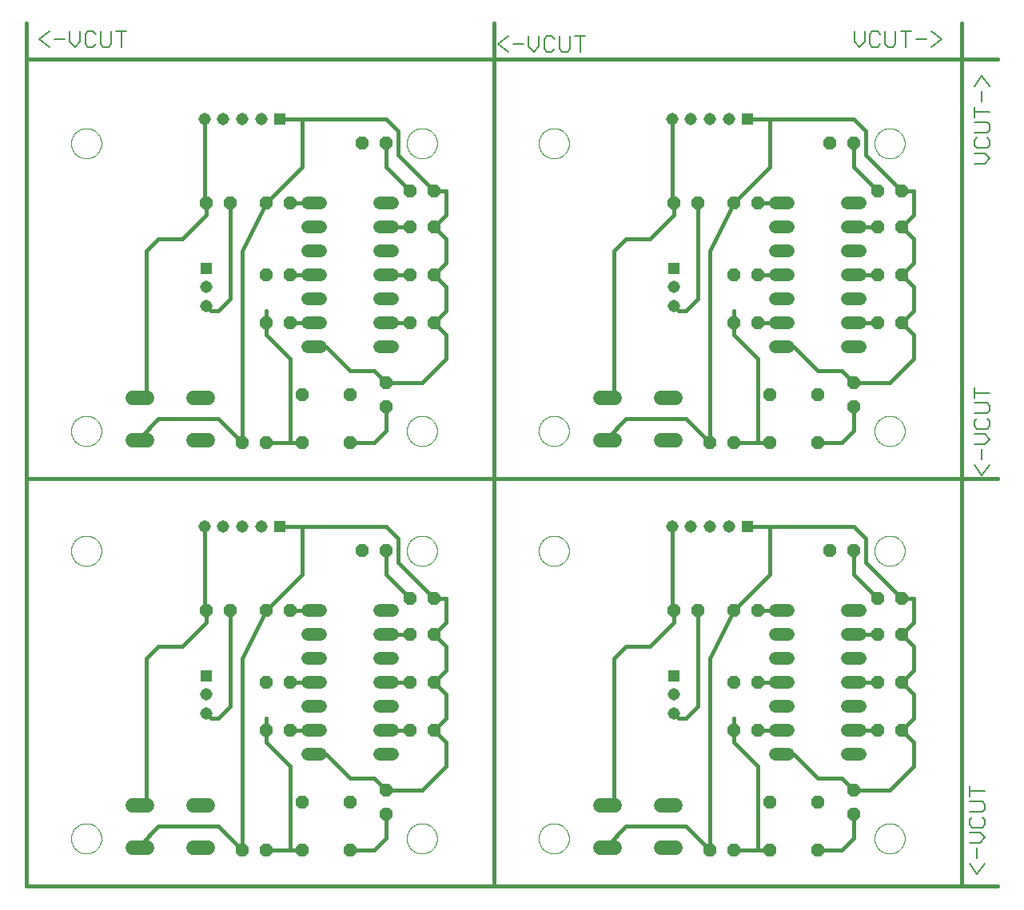
<source format=gtl>
G75*
%MOIN*%
%OFA0B0*%
%FSLAX25Y25*%
%IPPOS*%
%LPD*%
%AMOC8*
5,1,8,0,0,1.08239X$1,22.5*
%
%ADD10C,0.00000*%
%ADD11C,0.01600*%
%ADD12C,0.00600*%
%ADD13OC8,0.05200*%
%ADD14C,0.05200*%
%ADD15C,0.06000*%
%ADD16R,0.05150X0.05150*%
%ADD17C,0.05150*%
D10*
X0020501Y0021800D02*
X0020503Y0021958D01*
X0020509Y0022116D01*
X0020519Y0022274D01*
X0020533Y0022432D01*
X0020551Y0022589D01*
X0020572Y0022746D01*
X0020598Y0022902D01*
X0020628Y0023058D01*
X0020661Y0023213D01*
X0020699Y0023366D01*
X0020740Y0023519D01*
X0020785Y0023671D01*
X0020834Y0023822D01*
X0020887Y0023971D01*
X0020943Y0024119D01*
X0021003Y0024265D01*
X0021067Y0024410D01*
X0021135Y0024553D01*
X0021206Y0024695D01*
X0021280Y0024835D01*
X0021358Y0024972D01*
X0021440Y0025108D01*
X0021524Y0025242D01*
X0021613Y0025373D01*
X0021704Y0025502D01*
X0021799Y0025629D01*
X0021896Y0025754D01*
X0021997Y0025876D01*
X0022101Y0025995D01*
X0022208Y0026112D01*
X0022318Y0026226D01*
X0022431Y0026337D01*
X0022546Y0026446D01*
X0022664Y0026551D01*
X0022785Y0026653D01*
X0022908Y0026753D01*
X0023034Y0026849D01*
X0023162Y0026942D01*
X0023292Y0027032D01*
X0023425Y0027118D01*
X0023560Y0027202D01*
X0023696Y0027281D01*
X0023835Y0027358D01*
X0023976Y0027430D01*
X0024118Y0027500D01*
X0024262Y0027565D01*
X0024408Y0027627D01*
X0024555Y0027685D01*
X0024704Y0027740D01*
X0024854Y0027791D01*
X0025005Y0027838D01*
X0025157Y0027881D01*
X0025310Y0027920D01*
X0025465Y0027956D01*
X0025620Y0027987D01*
X0025776Y0028015D01*
X0025932Y0028039D01*
X0026089Y0028059D01*
X0026247Y0028075D01*
X0026404Y0028087D01*
X0026563Y0028095D01*
X0026721Y0028099D01*
X0026879Y0028099D01*
X0027037Y0028095D01*
X0027196Y0028087D01*
X0027353Y0028075D01*
X0027511Y0028059D01*
X0027668Y0028039D01*
X0027824Y0028015D01*
X0027980Y0027987D01*
X0028135Y0027956D01*
X0028290Y0027920D01*
X0028443Y0027881D01*
X0028595Y0027838D01*
X0028746Y0027791D01*
X0028896Y0027740D01*
X0029045Y0027685D01*
X0029192Y0027627D01*
X0029338Y0027565D01*
X0029482Y0027500D01*
X0029624Y0027430D01*
X0029765Y0027358D01*
X0029904Y0027281D01*
X0030040Y0027202D01*
X0030175Y0027118D01*
X0030308Y0027032D01*
X0030438Y0026942D01*
X0030566Y0026849D01*
X0030692Y0026753D01*
X0030815Y0026653D01*
X0030936Y0026551D01*
X0031054Y0026446D01*
X0031169Y0026337D01*
X0031282Y0026226D01*
X0031392Y0026112D01*
X0031499Y0025995D01*
X0031603Y0025876D01*
X0031704Y0025754D01*
X0031801Y0025629D01*
X0031896Y0025502D01*
X0031987Y0025373D01*
X0032076Y0025242D01*
X0032160Y0025108D01*
X0032242Y0024972D01*
X0032320Y0024835D01*
X0032394Y0024695D01*
X0032465Y0024553D01*
X0032533Y0024410D01*
X0032597Y0024265D01*
X0032657Y0024119D01*
X0032713Y0023971D01*
X0032766Y0023822D01*
X0032815Y0023671D01*
X0032860Y0023519D01*
X0032901Y0023366D01*
X0032939Y0023213D01*
X0032972Y0023058D01*
X0033002Y0022902D01*
X0033028Y0022746D01*
X0033049Y0022589D01*
X0033067Y0022432D01*
X0033081Y0022274D01*
X0033091Y0022116D01*
X0033097Y0021958D01*
X0033099Y0021800D01*
X0033097Y0021642D01*
X0033091Y0021484D01*
X0033081Y0021326D01*
X0033067Y0021168D01*
X0033049Y0021011D01*
X0033028Y0020854D01*
X0033002Y0020698D01*
X0032972Y0020542D01*
X0032939Y0020387D01*
X0032901Y0020234D01*
X0032860Y0020081D01*
X0032815Y0019929D01*
X0032766Y0019778D01*
X0032713Y0019629D01*
X0032657Y0019481D01*
X0032597Y0019335D01*
X0032533Y0019190D01*
X0032465Y0019047D01*
X0032394Y0018905D01*
X0032320Y0018765D01*
X0032242Y0018628D01*
X0032160Y0018492D01*
X0032076Y0018358D01*
X0031987Y0018227D01*
X0031896Y0018098D01*
X0031801Y0017971D01*
X0031704Y0017846D01*
X0031603Y0017724D01*
X0031499Y0017605D01*
X0031392Y0017488D01*
X0031282Y0017374D01*
X0031169Y0017263D01*
X0031054Y0017154D01*
X0030936Y0017049D01*
X0030815Y0016947D01*
X0030692Y0016847D01*
X0030566Y0016751D01*
X0030438Y0016658D01*
X0030308Y0016568D01*
X0030175Y0016482D01*
X0030040Y0016398D01*
X0029904Y0016319D01*
X0029765Y0016242D01*
X0029624Y0016170D01*
X0029482Y0016100D01*
X0029338Y0016035D01*
X0029192Y0015973D01*
X0029045Y0015915D01*
X0028896Y0015860D01*
X0028746Y0015809D01*
X0028595Y0015762D01*
X0028443Y0015719D01*
X0028290Y0015680D01*
X0028135Y0015644D01*
X0027980Y0015613D01*
X0027824Y0015585D01*
X0027668Y0015561D01*
X0027511Y0015541D01*
X0027353Y0015525D01*
X0027196Y0015513D01*
X0027037Y0015505D01*
X0026879Y0015501D01*
X0026721Y0015501D01*
X0026563Y0015505D01*
X0026404Y0015513D01*
X0026247Y0015525D01*
X0026089Y0015541D01*
X0025932Y0015561D01*
X0025776Y0015585D01*
X0025620Y0015613D01*
X0025465Y0015644D01*
X0025310Y0015680D01*
X0025157Y0015719D01*
X0025005Y0015762D01*
X0024854Y0015809D01*
X0024704Y0015860D01*
X0024555Y0015915D01*
X0024408Y0015973D01*
X0024262Y0016035D01*
X0024118Y0016100D01*
X0023976Y0016170D01*
X0023835Y0016242D01*
X0023696Y0016319D01*
X0023560Y0016398D01*
X0023425Y0016482D01*
X0023292Y0016568D01*
X0023162Y0016658D01*
X0023034Y0016751D01*
X0022908Y0016847D01*
X0022785Y0016947D01*
X0022664Y0017049D01*
X0022546Y0017154D01*
X0022431Y0017263D01*
X0022318Y0017374D01*
X0022208Y0017488D01*
X0022101Y0017605D01*
X0021997Y0017724D01*
X0021896Y0017846D01*
X0021799Y0017971D01*
X0021704Y0018098D01*
X0021613Y0018227D01*
X0021524Y0018358D01*
X0021440Y0018492D01*
X0021358Y0018628D01*
X0021280Y0018765D01*
X0021206Y0018905D01*
X0021135Y0019047D01*
X0021067Y0019190D01*
X0021003Y0019335D01*
X0020943Y0019481D01*
X0020887Y0019629D01*
X0020834Y0019778D01*
X0020785Y0019929D01*
X0020740Y0020081D01*
X0020699Y0020234D01*
X0020661Y0020387D01*
X0020628Y0020542D01*
X0020598Y0020698D01*
X0020572Y0020854D01*
X0020551Y0021011D01*
X0020533Y0021168D01*
X0020519Y0021326D01*
X0020509Y0021484D01*
X0020503Y0021642D01*
X0020501Y0021800D01*
X0020501Y0141800D02*
X0020503Y0141958D01*
X0020509Y0142116D01*
X0020519Y0142274D01*
X0020533Y0142432D01*
X0020551Y0142589D01*
X0020572Y0142746D01*
X0020598Y0142902D01*
X0020628Y0143058D01*
X0020661Y0143213D01*
X0020699Y0143366D01*
X0020740Y0143519D01*
X0020785Y0143671D01*
X0020834Y0143822D01*
X0020887Y0143971D01*
X0020943Y0144119D01*
X0021003Y0144265D01*
X0021067Y0144410D01*
X0021135Y0144553D01*
X0021206Y0144695D01*
X0021280Y0144835D01*
X0021358Y0144972D01*
X0021440Y0145108D01*
X0021524Y0145242D01*
X0021613Y0145373D01*
X0021704Y0145502D01*
X0021799Y0145629D01*
X0021896Y0145754D01*
X0021997Y0145876D01*
X0022101Y0145995D01*
X0022208Y0146112D01*
X0022318Y0146226D01*
X0022431Y0146337D01*
X0022546Y0146446D01*
X0022664Y0146551D01*
X0022785Y0146653D01*
X0022908Y0146753D01*
X0023034Y0146849D01*
X0023162Y0146942D01*
X0023292Y0147032D01*
X0023425Y0147118D01*
X0023560Y0147202D01*
X0023696Y0147281D01*
X0023835Y0147358D01*
X0023976Y0147430D01*
X0024118Y0147500D01*
X0024262Y0147565D01*
X0024408Y0147627D01*
X0024555Y0147685D01*
X0024704Y0147740D01*
X0024854Y0147791D01*
X0025005Y0147838D01*
X0025157Y0147881D01*
X0025310Y0147920D01*
X0025465Y0147956D01*
X0025620Y0147987D01*
X0025776Y0148015D01*
X0025932Y0148039D01*
X0026089Y0148059D01*
X0026247Y0148075D01*
X0026404Y0148087D01*
X0026563Y0148095D01*
X0026721Y0148099D01*
X0026879Y0148099D01*
X0027037Y0148095D01*
X0027196Y0148087D01*
X0027353Y0148075D01*
X0027511Y0148059D01*
X0027668Y0148039D01*
X0027824Y0148015D01*
X0027980Y0147987D01*
X0028135Y0147956D01*
X0028290Y0147920D01*
X0028443Y0147881D01*
X0028595Y0147838D01*
X0028746Y0147791D01*
X0028896Y0147740D01*
X0029045Y0147685D01*
X0029192Y0147627D01*
X0029338Y0147565D01*
X0029482Y0147500D01*
X0029624Y0147430D01*
X0029765Y0147358D01*
X0029904Y0147281D01*
X0030040Y0147202D01*
X0030175Y0147118D01*
X0030308Y0147032D01*
X0030438Y0146942D01*
X0030566Y0146849D01*
X0030692Y0146753D01*
X0030815Y0146653D01*
X0030936Y0146551D01*
X0031054Y0146446D01*
X0031169Y0146337D01*
X0031282Y0146226D01*
X0031392Y0146112D01*
X0031499Y0145995D01*
X0031603Y0145876D01*
X0031704Y0145754D01*
X0031801Y0145629D01*
X0031896Y0145502D01*
X0031987Y0145373D01*
X0032076Y0145242D01*
X0032160Y0145108D01*
X0032242Y0144972D01*
X0032320Y0144835D01*
X0032394Y0144695D01*
X0032465Y0144553D01*
X0032533Y0144410D01*
X0032597Y0144265D01*
X0032657Y0144119D01*
X0032713Y0143971D01*
X0032766Y0143822D01*
X0032815Y0143671D01*
X0032860Y0143519D01*
X0032901Y0143366D01*
X0032939Y0143213D01*
X0032972Y0143058D01*
X0033002Y0142902D01*
X0033028Y0142746D01*
X0033049Y0142589D01*
X0033067Y0142432D01*
X0033081Y0142274D01*
X0033091Y0142116D01*
X0033097Y0141958D01*
X0033099Y0141800D01*
X0033097Y0141642D01*
X0033091Y0141484D01*
X0033081Y0141326D01*
X0033067Y0141168D01*
X0033049Y0141011D01*
X0033028Y0140854D01*
X0033002Y0140698D01*
X0032972Y0140542D01*
X0032939Y0140387D01*
X0032901Y0140234D01*
X0032860Y0140081D01*
X0032815Y0139929D01*
X0032766Y0139778D01*
X0032713Y0139629D01*
X0032657Y0139481D01*
X0032597Y0139335D01*
X0032533Y0139190D01*
X0032465Y0139047D01*
X0032394Y0138905D01*
X0032320Y0138765D01*
X0032242Y0138628D01*
X0032160Y0138492D01*
X0032076Y0138358D01*
X0031987Y0138227D01*
X0031896Y0138098D01*
X0031801Y0137971D01*
X0031704Y0137846D01*
X0031603Y0137724D01*
X0031499Y0137605D01*
X0031392Y0137488D01*
X0031282Y0137374D01*
X0031169Y0137263D01*
X0031054Y0137154D01*
X0030936Y0137049D01*
X0030815Y0136947D01*
X0030692Y0136847D01*
X0030566Y0136751D01*
X0030438Y0136658D01*
X0030308Y0136568D01*
X0030175Y0136482D01*
X0030040Y0136398D01*
X0029904Y0136319D01*
X0029765Y0136242D01*
X0029624Y0136170D01*
X0029482Y0136100D01*
X0029338Y0136035D01*
X0029192Y0135973D01*
X0029045Y0135915D01*
X0028896Y0135860D01*
X0028746Y0135809D01*
X0028595Y0135762D01*
X0028443Y0135719D01*
X0028290Y0135680D01*
X0028135Y0135644D01*
X0027980Y0135613D01*
X0027824Y0135585D01*
X0027668Y0135561D01*
X0027511Y0135541D01*
X0027353Y0135525D01*
X0027196Y0135513D01*
X0027037Y0135505D01*
X0026879Y0135501D01*
X0026721Y0135501D01*
X0026563Y0135505D01*
X0026404Y0135513D01*
X0026247Y0135525D01*
X0026089Y0135541D01*
X0025932Y0135561D01*
X0025776Y0135585D01*
X0025620Y0135613D01*
X0025465Y0135644D01*
X0025310Y0135680D01*
X0025157Y0135719D01*
X0025005Y0135762D01*
X0024854Y0135809D01*
X0024704Y0135860D01*
X0024555Y0135915D01*
X0024408Y0135973D01*
X0024262Y0136035D01*
X0024118Y0136100D01*
X0023976Y0136170D01*
X0023835Y0136242D01*
X0023696Y0136319D01*
X0023560Y0136398D01*
X0023425Y0136482D01*
X0023292Y0136568D01*
X0023162Y0136658D01*
X0023034Y0136751D01*
X0022908Y0136847D01*
X0022785Y0136947D01*
X0022664Y0137049D01*
X0022546Y0137154D01*
X0022431Y0137263D01*
X0022318Y0137374D01*
X0022208Y0137488D01*
X0022101Y0137605D01*
X0021997Y0137724D01*
X0021896Y0137846D01*
X0021799Y0137971D01*
X0021704Y0138098D01*
X0021613Y0138227D01*
X0021524Y0138358D01*
X0021440Y0138492D01*
X0021358Y0138628D01*
X0021280Y0138765D01*
X0021206Y0138905D01*
X0021135Y0139047D01*
X0021067Y0139190D01*
X0021003Y0139335D01*
X0020943Y0139481D01*
X0020887Y0139629D01*
X0020834Y0139778D01*
X0020785Y0139929D01*
X0020740Y0140081D01*
X0020699Y0140234D01*
X0020661Y0140387D01*
X0020628Y0140542D01*
X0020598Y0140698D01*
X0020572Y0140854D01*
X0020551Y0141011D01*
X0020533Y0141168D01*
X0020519Y0141326D01*
X0020509Y0141484D01*
X0020503Y0141642D01*
X0020501Y0141800D01*
X0001800Y0171761D02*
X0195501Y0171761D01*
X0196800Y0171761D02*
X0390501Y0171761D01*
X0355501Y0191800D02*
X0355503Y0191958D01*
X0355509Y0192116D01*
X0355519Y0192274D01*
X0355533Y0192432D01*
X0355551Y0192589D01*
X0355572Y0192746D01*
X0355598Y0192902D01*
X0355628Y0193058D01*
X0355661Y0193213D01*
X0355699Y0193366D01*
X0355740Y0193519D01*
X0355785Y0193671D01*
X0355834Y0193822D01*
X0355887Y0193971D01*
X0355943Y0194119D01*
X0356003Y0194265D01*
X0356067Y0194410D01*
X0356135Y0194553D01*
X0356206Y0194695D01*
X0356280Y0194835D01*
X0356358Y0194972D01*
X0356440Y0195108D01*
X0356524Y0195242D01*
X0356613Y0195373D01*
X0356704Y0195502D01*
X0356799Y0195629D01*
X0356896Y0195754D01*
X0356997Y0195876D01*
X0357101Y0195995D01*
X0357208Y0196112D01*
X0357318Y0196226D01*
X0357431Y0196337D01*
X0357546Y0196446D01*
X0357664Y0196551D01*
X0357785Y0196653D01*
X0357908Y0196753D01*
X0358034Y0196849D01*
X0358162Y0196942D01*
X0358292Y0197032D01*
X0358425Y0197118D01*
X0358560Y0197202D01*
X0358696Y0197281D01*
X0358835Y0197358D01*
X0358976Y0197430D01*
X0359118Y0197500D01*
X0359262Y0197565D01*
X0359408Y0197627D01*
X0359555Y0197685D01*
X0359704Y0197740D01*
X0359854Y0197791D01*
X0360005Y0197838D01*
X0360157Y0197881D01*
X0360310Y0197920D01*
X0360465Y0197956D01*
X0360620Y0197987D01*
X0360776Y0198015D01*
X0360932Y0198039D01*
X0361089Y0198059D01*
X0361247Y0198075D01*
X0361404Y0198087D01*
X0361563Y0198095D01*
X0361721Y0198099D01*
X0361879Y0198099D01*
X0362037Y0198095D01*
X0362196Y0198087D01*
X0362353Y0198075D01*
X0362511Y0198059D01*
X0362668Y0198039D01*
X0362824Y0198015D01*
X0362980Y0197987D01*
X0363135Y0197956D01*
X0363290Y0197920D01*
X0363443Y0197881D01*
X0363595Y0197838D01*
X0363746Y0197791D01*
X0363896Y0197740D01*
X0364045Y0197685D01*
X0364192Y0197627D01*
X0364338Y0197565D01*
X0364482Y0197500D01*
X0364624Y0197430D01*
X0364765Y0197358D01*
X0364904Y0197281D01*
X0365040Y0197202D01*
X0365175Y0197118D01*
X0365308Y0197032D01*
X0365438Y0196942D01*
X0365566Y0196849D01*
X0365692Y0196753D01*
X0365815Y0196653D01*
X0365936Y0196551D01*
X0366054Y0196446D01*
X0366169Y0196337D01*
X0366282Y0196226D01*
X0366392Y0196112D01*
X0366499Y0195995D01*
X0366603Y0195876D01*
X0366704Y0195754D01*
X0366801Y0195629D01*
X0366896Y0195502D01*
X0366987Y0195373D01*
X0367076Y0195242D01*
X0367160Y0195108D01*
X0367242Y0194972D01*
X0367320Y0194835D01*
X0367394Y0194695D01*
X0367465Y0194553D01*
X0367533Y0194410D01*
X0367597Y0194265D01*
X0367657Y0194119D01*
X0367713Y0193971D01*
X0367766Y0193822D01*
X0367815Y0193671D01*
X0367860Y0193519D01*
X0367901Y0193366D01*
X0367939Y0193213D01*
X0367972Y0193058D01*
X0368002Y0192902D01*
X0368028Y0192746D01*
X0368049Y0192589D01*
X0368067Y0192432D01*
X0368081Y0192274D01*
X0368091Y0192116D01*
X0368097Y0191958D01*
X0368099Y0191800D01*
X0368097Y0191642D01*
X0368091Y0191484D01*
X0368081Y0191326D01*
X0368067Y0191168D01*
X0368049Y0191011D01*
X0368028Y0190854D01*
X0368002Y0190698D01*
X0367972Y0190542D01*
X0367939Y0190387D01*
X0367901Y0190234D01*
X0367860Y0190081D01*
X0367815Y0189929D01*
X0367766Y0189778D01*
X0367713Y0189629D01*
X0367657Y0189481D01*
X0367597Y0189335D01*
X0367533Y0189190D01*
X0367465Y0189047D01*
X0367394Y0188905D01*
X0367320Y0188765D01*
X0367242Y0188628D01*
X0367160Y0188492D01*
X0367076Y0188358D01*
X0366987Y0188227D01*
X0366896Y0188098D01*
X0366801Y0187971D01*
X0366704Y0187846D01*
X0366603Y0187724D01*
X0366499Y0187605D01*
X0366392Y0187488D01*
X0366282Y0187374D01*
X0366169Y0187263D01*
X0366054Y0187154D01*
X0365936Y0187049D01*
X0365815Y0186947D01*
X0365692Y0186847D01*
X0365566Y0186751D01*
X0365438Y0186658D01*
X0365308Y0186568D01*
X0365175Y0186482D01*
X0365040Y0186398D01*
X0364904Y0186319D01*
X0364765Y0186242D01*
X0364624Y0186170D01*
X0364482Y0186100D01*
X0364338Y0186035D01*
X0364192Y0185973D01*
X0364045Y0185915D01*
X0363896Y0185860D01*
X0363746Y0185809D01*
X0363595Y0185762D01*
X0363443Y0185719D01*
X0363290Y0185680D01*
X0363135Y0185644D01*
X0362980Y0185613D01*
X0362824Y0185585D01*
X0362668Y0185561D01*
X0362511Y0185541D01*
X0362353Y0185525D01*
X0362196Y0185513D01*
X0362037Y0185505D01*
X0361879Y0185501D01*
X0361721Y0185501D01*
X0361563Y0185505D01*
X0361404Y0185513D01*
X0361247Y0185525D01*
X0361089Y0185541D01*
X0360932Y0185561D01*
X0360776Y0185585D01*
X0360620Y0185613D01*
X0360465Y0185644D01*
X0360310Y0185680D01*
X0360157Y0185719D01*
X0360005Y0185762D01*
X0359854Y0185809D01*
X0359704Y0185860D01*
X0359555Y0185915D01*
X0359408Y0185973D01*
X0359262Y0186035D01*
X0359118Y0186100D01*
X0358976Y0186170D01*
X0358835Y0186242D01*
X0358696Y0186319D01*
X0358560Y0186398D01*
X0358425Y0186482D01*
X0358292Y0186568D01*
X0358162Y0186658D01*
X0358034Y0186751D01*
X0357908Y0186847D01*
X0357785Y0186947D01*
X0357664Y0187049D01*
X0357546Y0187154D01*
X0357431Y0187263D01*
X0357318Y0187374D01*
X0357208Y0187488D01*
X0357101Y0187605D01*
X0356997Y0187724D01*
X0356896Y0187846D01*
X0356799Y0187971D01*
X0356704Y0188098D01*
X0356613Y0188227D01*
X0356524Y0188358D01*
X0356440Y0188492D01*
X0356358Y0188628D01*
X0356280Y0188765D01*
X0356206Y0188905D01*
X0356135Y0189047D01*
X0356067Y0189190D01*
X0356003Y0189335D01*
X0355943Y0189481D01*
X0355887Y0189629D01*
X0355834Y0189778D01*
X0355785Y0189929D01*
X0355740Y0190081D01*
X0355699Y0190234D01*
X0355661Y0190387D01*
X0355628Y0190542D01*
X0355598Y0190698D01*
X0355572Y0190854D01*
X0355551Y0191011D01*
X0355533Y0191168D01*
X0355519Y0191326D01*
X0355509Y0191484D01*
X0355503Y0191642D01*
X0355501Y0191800D01*
X0355501Y0141800D02*
X0355503Y0141958D01*
X0355509Y0142116D01*
X0355519Y0142274D01*
X0355533Y0142432D01*
X0355551Y0142589D01*
X0355572Y0142746D01*
X0355598Y0142902D01*
X0355628Y0143058D01*
X0355661Y0143213D01*
X0355699Y0143366D01*
X0355740Y0143519D01*
X0355785Y0143671D01*
X0355834Y0143822D01*
X0355887Y0143971D01*
X0355943Y0144119D01*
X0356003Y0144265D01*
X0356067Y0144410D01*
X0356135Y0144553D01*
X0356206Y0144695D01*
X0356280Y0144835D01*
X0356358Y0144972D01*
X0356440Y0145108D01*
X0356524Y0145242D01*
X0356613Y0145373D01*
X0356704Y0145502D01*
X0356799Y0145629D01*
X0356896Y0145754D01*
X0356997Y0145876D01*
X0357101Y0145995D01*
X0357208Y0146112D01*
X0357318Y0146226D01*
X0357431Y0146337D01*
X0357546Y0146446D01*
X0357664Y0146551D01*
X0357785Y0146653D01*
X0357908Y0146753D01*
X0358034Y0146849D01*
X0358162Y0146942D01*
X0358292Y0147032D01*
X0358425Y0147118D01*
X0358560Y0147202D01*
X0358696Y0147281D01*
X0358835Y0147358D01*
X0358976Y0147430D01*
X0359118Y0147500D01*
X0359262Y0147565D01*
X0359408Y0147627D01*
X0359555Y0147685D01*
X0359704Y0147740D01*
X0359854Y0147791D01*
X0360005Y0147838D01*
X0360157Y0147881D01*
X0360310Y0147920D01*
X0360465Y0147956D01*
X0360620Y0147987D01*
X0360776Y0148015D01*
X0360932Y0148039D01*
X0361089Y0148059D01*
X0361247Y0148075D01*
X0361404Y0148087D01*
X0361563Y0148095D01*
X0361721Y0148099D01*
X0361879Y0148099D01*
X0362037Y0148095D01*
X0362196Y0148087D01*
X0362353Y0148075D01*
X0362511Y0148059D01*
X0362668Y0148039D01*
X0362824Y0148015D01*
X0362980Y0147987D01*
X0363135Y0147956D01*
X0363290Y0147920D01*
X0363443Y0147881D01*
X0363595Y0147838D01*
X0363746Y0147791D01*
X0363896Y0147740D01*
X0364045Y0147685D01*
X0364192Y0147627D01*
X0364338Y0147565D01*
X0364482Y0147500D01*
X0364624Y0147430D01*
X0364765Y0147358D01*
X0364904Y0147281D01*
X0365040Y0147202D01*
X0365175Y0147118D01*
X0365308Y0147032D01*
X0365438Y0146942D01*
X0365566Y0146849D01*
X0365692Y0146753D01*
X0365815Y0146653D01*
X0365936Y0146551D01*
X0366054Y0146446D01*
X0366169Y0146337D01*
X0366282Y0146226D01*
X0366392Y0146112D01*
X0366499Y0145995D01*
X0366603Y0145876D01*
X0366704Y0145754D01*
X0366801Y0145629D01*
X0366896Y0145502D01*
X0366987Y0145373D01*
X0367076Y0145242D01*
X0367160Y0145108D01*
X0367242Y0144972D01*
X0367320Y0144835D01*
X0367394Y0144695D01*
X0367465Y0144553D01*
X0367533Y0144410D01*
X0367597Y0144265D01*
X0367657Y0144119D01*
X0367713Y0143971D01*
X0367766Y0143822D01*
X0367815Y0143671D01*
X0367860Y0143519D01*
X0367901Y0143366D01*
X0367939Y0143213D01*
X0367972Y0143058D01*
X0368002Y0142902D01*
X0368028Y0142746D01*
X0368049Y0142589D01*
X0368067Y0142432D01*
X0368081Y0142274D01*
X0368091Y0142116D01*
X0368097Y0141958D01*
X0368099Y0141800D01*
X0368097Y0141642D01*
X0368091Y0141484D01*
X0368081Y0141326D01*
X0368067Y0141168D01*
X0368049Y0141011D01*
X0368028Y0140854D01*
X0368002Y0140698D01*
X0367972Y0140542D01*
X0367939Y0140387D01*
X0367901Y0140234D01*
X0367860Y0140081D01*
X0367815Y0139929D01*
X0367766Y0139778D01*
X0367713Y0139629D01*
X0367657Y0139481D01*
X0367597Y0139335D01*
X0367533Y0139190D01*
X0367465Y0139047D01*
X0367394Y0138905D01*
X0367320Y0138765D01*
X0367242Y0138628D01*
X0367160Y0138492D01*
X0367076Y0138358D01*
X0366987Y0138227D01*
X0366896Y0138098D01*
X0366801Y0137971D01*
X0366704Y0137846D01*
X0366603Y0137724D01*
X0366499Y0137605D01*
X0366392Y0137488D01*
X0366282Y0137374D01*
X0366169Y0137263D01*
X0366054Y0137154D01*
X0365936Y0137049D01*
X0365815Y0136947D01*
X0365692Y0136847D01*
X0365566Y0136751D01*
X0365438Y0136658D01*
X0365308Y0136568D01*
X0365175Y0136482D01*
X0365040Y0136398D01*
X0364904Y0136319D01*
X0364765Y0136242D01*
X0364624Y0136170D01*
X0364482Y0136100D01*
X0364338Y0136035D01*
X0364192Y0135973D01*
X0364045Y0135915D01*
X0363896Y0135860D01*
X0363746Y0135809D01*
X0363595Y0135762D01*
X0363443Y0135719D01*
X0363290Y0135680D01*
X0363135Y0135644D01*
X0362980Y0135613D01*
X0362824Y0135585D01*
X0362668Y0135561D01*
X0362511Y0135541D01*
X0362353Y0135525D01*
X0362196Y0135513D01*
X0362037Y0135505D01*
X0361879Y0135501D01*
X0361721Y0135501D01*
X0361563Y0135505D01*
X0361404Y0135513D01*
X0361247Y0135525D01*
X0361089Y0135541D01*
X0360932Y0135561D01*
X0360776Y0135585D01*
X0360620Y0135613D01*
X0360465Y0135644D01*
X0360310Y0135680D01*
X0360157Y0135719D01*
X0360005Y0135762D01*
X0359854Y0135809D01*
X0359704Y0135860D01*
X0359555Y0135915D01*
X0359408Y0135973D01*
X0359262Y0136035D01*
X0359118Y0136100D01*
X0358976Y0136170D01*
X0358835Y0136242D01*
X0358696Y0136319D01*
X0358560Y0136398D01*
X0358425Y0136482D01*
X0358292Y0136568D01*
X0358162Y0136658D01*
X0358034Y0136751D01*
X0357908Y0136847D01*
X0357785Y0136947D01*
X0357664Y0137049D01*
X0357546Y0137154D01*
X0357431Y0137263D01*
X0357318Y0137374D01*
X0357208Y0137488D01*
X0357101Y0137605D01*
X0356997Y0137724D01*
X0356896Y0137846D01*
X0356799Y0137971D01*
X0356704Y0138098D01*
X0356613Y0138227D01*
X0356524Y0138358D01*
X0356440Y0138492D01*
X0356358Y0138628D01*
X0356280Y0138765D01*
X0356206Y0138905D01*
X0356135Y0139047D01*
X0356067Y0139190D01*
X0356003Y0139335D01*
X0355943Y0139481D01*
X0355887Y0139629D01*
X0355834Y0139778D01*
X0355785Y0139929D01*
X0355740Y0140081D01*
X0355699Y0140234D01*
X0355661Y0140387D01*
X0355628Y0140542D01*
X0355598Y0140698D01*
X0355572Y0140854D01*
X0355551Y0141011D01*
X0355533Y0141168D01*
X0355519Y0141326D01*
X0355509Y0141484D01*
X0355503Y0141642D01*
X0355501Y0141800D01*
X0355501Y0021800D02*
X0355503Y0021958D01*
X0355509Y0022116D01*
X0355519Y0022274D01*
X0355533Y0022432D01*
X0355551Y0022589D01*
X0355572Y0022746D01*
X0355598Y0022902D01*
X0355628Y0023058D01*
X0355661Y0023213D01*
X0355699Y0023366D01*
X0355740Y0023519D01*
X0355785Y0023671D01*
X0355834Y0023822D01*
X0355887Y0023971D01*
X0355943Y0024119D01*
X0356003Y0024265D01*
X0356067Y0024410D01*
X0356135Y0024553D01*
X0356206Y0024695D01*
X0356280Y0024835D01*
X0356358Y0024972D01*
X0356440Y0025108D01*
X0356524Y0025242D01*
X0356613Y0025373D01*
X0356704Y0025502D01*
X0356799Y0025629D01*
X0356896Y0025754D01*
X0356997Y0025876D01*
X0357101Y0025995D01*
X0357208Y0026112D01*
X0357318Y0026226D01*
X0357431Y0026337D01*
X0357546Y0026446D01*
X0357664Y0026551D01*
X0357785Y0026653D01*
X0357908Y0026753D01*
X0358034Y0026849D01*
X0358162Y0026942D01*
X0358292Y0027032D01*
X0358425Y0027118D01*
X0358560Y0027202D01*
X0358696Y0027281D01*
X0358835Y0027358D01*
X0358976Y0027430D01*
X0359118Y0027500D01*
X0359262Y0027565D01*
X0359408Y0027627D01*
X0359555Y0027685D01*
X0359704Y0027740D01*
X0359854Y0027791D01*
X0360005Y0027838D01*
X0360157Y0027881D01*
X0360310Y0027920D01*
X0360465Y0027956D01*
X0360620Y0027987D01*
X0360776Y0028015D01*
X0360932Y0028039D01*
X0361089Y0028059D01*
X0361247Y0028075D01*
X0361404Y0028087D01*
X0361563Y0028095D01*
X0361721Y0028099D01*
X0361879Y0028099D01*
X0362037Y0028095D01*
X0362196Y0028087D01*
X0362353Y0028075D01*
X0362511Y0028059D01*
X0362668Y0028039D01*
X0362824Y0028015D01*
X0362980Y0027987D01*
X0363135Y0027956D01*
X0363290Y0027920D01*
X0363443Y0027881D01*
X0363595Y0027838D01*
X0363746Y0027791D01*
X0363896Y0027740D01*
X0364045Y0027685D01*
X0364192Y0027627D01*
X0364338Y0027565D01*
X0364482Y0027500D01*
X0364624Y0027430D01*
X0364765Y0027358D01*
X0364904Y0027281D01*
X0365040Y0027202D01*
X0365175Y0027118D01*
X0365308Y0027032D01*
X0365438Y0026942D01*
X0365566Y0026849D01*
X0365692Y0026753D01*
X0365815Y0026653D01*
X0365936Y0026551D01*
X0366054Y0026446D01*
X0366169Y0026337D01*
X0366282Y0026226D01*
X0366392Y0026112D01*
X0366499Y0025995D01*
X0366603Y0025876D01*
X0366704Y0025754D01*
X0366801Y0025629D01*
X0366896Y0025502D01*
X0366987Y0025373D01*
X0367076Y0025242D01*
X0367160Y0025108D01*
X0367242Y0024972D01*
X0367320Y0024835D01*
X0367394Y0024695D01*
X0367465Y0024553D01*
X0367533Y0024410D01*
X0367597Y0024265D01*
X0367657Y0024119D01*
X0367713Y0023971D01*
X0367766Y0023822D01*
X0367815Y0023671D01*
X0367860Y0023519D01*
X0367901Y0023366D01*
X0367939Y0023213D01*
X0367972Y0023058D01*
X0368002Y0022902D01*
X0368028Y0022746D01*
X0368049Y0022589D01*
X0368067Y0022432D01*
X0368081Y0022274D01*
X0368091Y0022116D01*
X0368097Y0021958D01*
X0368099Y0021800D01*
X0368097Y0021642D01*
X0368091Y0021484D01*
X0368081Y0021326D01*
X0368067Y0021168D01*
X0368049Y0021011D01*
X0368028Y0020854D01*
X0368002Y0020698D01*
X0367972Y0020542D01*
X0367939Y0020387D01*
X0367901Y0020234D01*
X0367860Y0020081D01*
X0367815Y0019929D01*
X0367766Y0019778D01*
X0367713Y0019629D01*
X0367657Y0019481D01*
X0367597Y0019335D01*
X0367533Y0019190D01*
X0367465Y0019047D01*
X0367394Y0018905D01*
X0367320Y0018765D01*
X0367242Y0018628D01*
X0367160Y0018492D01*
X0367076Y0018358D01*
X0366987Y0018227D01*
X0366896Y0018098D01*
X0366801Y0017971D01*
X0366704Y0017846D01*
X0366603Y0017724D01*
X0366499Y0017605D01*
X0366392Y0017488D01*
X0366282Y0017374D01*
X0366169Y0017263D01*
X0366054Y0017154D01*
X0365936Y0017049D01*
X0365815Y0016947D01*
X0365692Y0016847D01*
X0365566Y0016751D01*
X0365438Y0016658D01*
X0365308Y0016568D01*
X0365175Y0016482D01*
X0365040Y0016398D01*
X0364904Y0016319D01*
X0364765Y0016242D01*
X0364624Y0016170D01*
X0364482Y0016100D01*
X0364338Y0016035D01*
X0364192Y0015973D01*
X0364045Y0015915D01*
X0363896Y0015860D01*
X0363746Y0015809D01*
X0363595Y0015762D01*
X0363443Y0015719D01*
X0363290Y0015680D01*
X0363135Y0015644D01*
X0362980Y0015613D01*
X0362824Y0015585D01*
X0362668Y0015561D01*
X0362511Y0015541D01*
X0362353Y0015525D01*
X0362196Y0015513D01*
X0362037Y0015505D01*
X0361879Y0015501D01*
X0361721Y0015501D01*
X0361563Y0015505D01*
X0361404Y0015513D01*
X0361247Y0015525D01*
X0361089Y0015541D01*
X0360932Y0015561D01*
X0360776Y0015585D01*
X0360620Y0015613D01*
X0360465Y0015644D01*
X0360310Y0015680D01*
X0360157Y0015719D01*
X0360005Y0015762D01*
X0359854Y0015809D01*
X0359704Y0015860D01*
X0359555Y0015915D01*
X0359408Y0015973D01*
X0359262Y0016035D01*
X0359118Y0016100D01*
X0358976Y0016170D01*
X0358835Y0016242D01*
X0358696Y0016319D01*
X0358560Y0016398D01*
X0358425Y0016482D01*
X0358292Y0016568D01*
X0358162Y0016658D01*
X0358034Y0016751D01*
X0357908Y0016847D01*
X0357785Y0016947D01*
X0357664Y0017049D01*
X0357546Y0017154D01*
X0357431Y0017263D01*
X0357318Y0017374D01*
X0357208Y0017488D01*
X0357101Y0017605D01*
X0356997Y0017724D01*
X0356896Y0017846D01*
X0356799Y0017971D01*
X0356704Y0018098D01*
X0356613Y0018227D01*
X0356524Y0018358D01*
X0356440Y0018492D01*
X0356358Y0018628D01*
X0356280Y0018765D01*
X0356206Y0018905D01*
X0356135Y0019047D01*
X0356067Y0019190D01*
X0356003Y0019335D01*
X0355943Y0019481D01*
X0355887Y0019629D01*
X0355834Y0019778D01*
X0355785Y0019929D01*
X0355740Y0020081D01*
X0355699Y0020234D01*
X0355661Y0020387D01*
X0355628Y0020542D01*
X0355598Y0020698D01*
X0355572Y0020854D01*
X0355551Y0021011D01*
X0355533Y0021168D01*
X0355519Y0021326D01*
X0355509Y0021484D01*
X0355503Y0021642D01*
X0355501Y0021800D01*
X0215501Y0021800D02*
X0215503Y0021958D01*
X0215509Y0022116D01*
X0215519Y0022274D01*
X0215533Y0022432D01*
X0215551Y0022589D01*
X0215572Y0022746D01*
X0215598Y0022902D01*
X0215628Y0023058D01*
X0215661Y0023213D01*
X0215699Y0023366D01*
X0215740Y0023519D01*
X0215785Y0023671D01*
X0215834Y0023822D01*
X0215887Y0023971D01*
X0215943Y0024119D01*
X0216003Y0024265D01*
X0216067Y0024410D01*
X0216135Y0024553D01*
X0216206Y0024695D01*
X0216280Y0024835D01*
X0216358Y0024972D01*
X0216440Y0025108D01*
X0216524Y0025242D01*
X0216613Y0025373D01*
X0216704Y0025502D01*
X0216799Y0025629D01*
X0216896Y0025754D01*
X0216997Y0025876D01*
X0217101Y0025995D01*
X0217208Y0026112D01*
X0217318Y0026226D01*
X0217431Y0026337D01*
X0217546Y0026446D01*
X0217664Y0026551D01*
X0217785Y0026653D01*
X0217908Y0026753D01*
X0218034Y0026849D01*
X0218162Y0026942D01*
X0218292Y0027032D01*
X0218425Y0027118D01*
X0218560Y0027202D01*
X0218696Y0027281D01*
X0218835Y0027358D01*
X0218976Y0027430D01*
X0219118Y0027500D01*
X0219262Y0027565D01*
X0219408Y0027627D01*
X0219555Y0027685D01*
X0219704Y0027740D01*
X0219854Y0027791D01*
X0220005Y0027838D01*
X0220157Y0027881D01*
X0220310Y0027920D01*
X0220465Y0027956D01*
X0220620Y0027987D01*
X0220776Y0028015D01*
X0220932Y0028039D01*
X0221089Y0028059D01*
X0221247Y0028075D01*
X0221404Y0028087D01*
X0221563Y0028095D01*
X0221721Y0028099D01*
X0221879Y0028099D01*
X0222037Y0028095D01*
X0222196Y0028087D01*
X0222353Y0028075D01*
X0222511Y0028059D01*
X0222668Y0028039D01*
X0222824Y0028015D01*
X0222980Y0027987D01*
X0223135Y0027956D01*
X0223290Y0027920D01*
X0223443Y0027881D01*
X0223595Y0027838D01*
X0223746Y0027791D01*
X0223896Y0027740D01*
X0224045Y0027685D01*
X0224192Y0027627D01*
X0224338Y0027565D01*
X0224482Y0027500D01*
X0224624Y0027430D01*
X0224765Y0027358D01*
X0224904Y0027281D01*
X0225040Y0027202D01*
X0225175Y0027118D01*
X0225308Y0027032D01*
X0225438Y0026942D01*
X0225566Y0026849D01*
X0225692Y0026753D01*
X0225815Y0026653D01*
X0225936Y0026551D01*
X0226054Y0026446D01*
X0226169Y0026337D01*
X0226282Y0026226D01*
X0226392Y0026112D01*
X0226499Y0025995D01*
X0226603Y0025876D01*
X0226704Y0025754D01*
X0226801Y0025629D01*
X0226896Y0025502D01*
X0226987Y0025373D01*
X0227076Y0025242D01*
X0227160Y0025108D01*
X0227242Y0024972D01*
X0227320Y0024835D01*
X0227394Y0024695D01*
X0227465Y0024553D01*
X0227533Y0024410D01*
X0227597Y0024265D01*
X0227657Y0024119D01*
X0227713Y0023971D01*
X0227766Y0023822D01*
X0227815Y0023671D01*
X0227860Y0023519D01*
X0227901Y0023366D01*
X0227939Y0023213D01*
X0227972Y0023058D01*
X0228002Y0022902D01*
X0228028Y0022746D01*
X0228049Y0022589D01*
X0228067Y0022432D01*
X0228081Y0022274D01*
X0228091Y0022116D01*
X0228097Y0021958D01*
X0228099Y0021800D01*
X0228097Y0021642D01*
X0228091Y0021484D01*
X0228081Y0021326D01*
X0228067Y0021168D01*
X0228049Y0021011D01*
X0228028Y0020854D01*
X0228002Y0020698D01*
X0227972Y0020542D01*
X0227939Y0020387D01*
X0227901Y0020234D01*
X0227860Y0020081D01*
X0227815Y0019929D01*
X0227766Y0019778D01*
X0227713Y0019629D01*
X0227657Y0019481D01*
X0227597Y0019335D01*
X0227533Y0019190D01*
X0227465Y0019047D01*
X0227394Y0018905D01*
X0227320Y0018765D01*
X0227242Y0018628D01*
X0227160Y0018492D01*
X0227076Y0018358D01*
X0226987Y0018227D01*
X0226896Y0018098D01*
X0226801Y0017971D01*
X0226704Y0017846D01*
X0226603Y0017724D01*
X0226499Y0017605D01*
X0226392Y0017488D01*
X0226282Y0017374D01*
X0226169Y0017263D01*
X0226054Y0017154D01*
X0225936Y0017049D01*
X0225815Y0016947D01*
X0225692Y0016847D01*
X0225566Y0016751D01*
X0225438Y0016658D01*
X0225308Y0016568D01*
X0225175Y0016482D01*
X0225040Y0016398D01*
X0224904Y0016319D01*
X0224765Y0016242D01*
X0224624Y0016170D01*
X0224482Y0016100D01*
X0224338Y0016035D01*
X0224192Y0015973D01*
X0224045Y0015915D01*
X0223896Y0015860D01*
X0223746Y0015809D01*
X0223595Y0015762D01*
X0223443Y0015719D01*
X0223290Y0015680D01*
X0223135Y0015644D01*
X0222980Y0015613D01*
X0222824Y0015585D01*
X0222668Y0015561D01*
X0222511Y0015541D01*
X0222353Y0015525D01*
X0222196Y0015513D01*
X0222037Y0015505D01*
X0221879Y0015501D01*
X0221721Y0015501D01*
X0221563Y0015505D01*
X0221404Y0015513D01*
X0221247Y0015525D01*
X0221089Y0015541D01*
X0220932Y0015561D01*
X0220776Y0015585D01*
X0220620Y0015613D01*
X0220465Y0015644D01*
X0220310Y0015680D01*
X0220157Y0015719D01*
X0220005Y0015762D01*
X0219854Y0015809D01*
X0219704Y0015860D01*
X0219555Y0015915D01*
X0219408Y0015973D01*
X0219262Y0016035D01*
X0219118Y0016100D01*
X0218976Y0016170D01*
X0218835Y0016242D01*
X0218696Y0016319D01*
X0218560Y0016398D01*
X0218425Y0016482D01*
X0218292Y0016568D01*
X0218162Y0016658D01*
X0218034Y0016751D01*
X0217908Y0016847D01*
X0217785Y0016947D01*
X0217664Y0017049D01*
X0217546Y0017154D01*
X0217431Y0017263D01*
X0217318Y0017374D01*
X0217208Y0017488D01*
X0217101Y0017605D01*
X0216997Y0017724D01*
X0216896Y0017846D01*
X0216799Y0017971D01*
X0216704Y0018098D01*
X0216613Y0018227D01*
X0216524Y0018358D01*
X0216440Y0018492D01*
X0216358Y0018628D01*
X0216280Y0018765D01*
X0216206Y0018905D01*
X0216135Y0019047D01*
X0216067Y0019190D01*
X0216003Y0019335D01*
X0215943Y0019481D01*
X0215887Y0019629D01*
X0215834Y0019778D01*
X0215785Y0019929D01*
X0215740Y0020081D01*
X0215699Y0020234D01*
X0215661Y0020387D01*
X0215628Y0020542D01*
X0215598Y0020698D01*
X0215572Y0020854D01*
X0215551Y0021011D01*
X0215533Y0021168D01*
X0215519Y0021326D01*
X0215509Y0021484D01*
X0215503Y0021642D01*
X0215501Y0021800D01*
X0160501Y0021800D02*
X0160503Y0021958D01*
X0160509Y0022116D01*
X0160519Y0022274D01*
X0160533Y0022432D01*
X0160551Y0022589D01*
X0160572Y0022746D01*
X0160598Y0022902D01*
X0160628Y0023058D01*
X0160661Y0023213D01*
X0160699Y0023366D01*
X0160740Y0023519D01*
X0160785Y0023671D01*
X0160834Y0023822D01*
X0160887Y0023971D01*
X0160943Y0024119D01*
X0161003Y0024265D01*
X0161067Y0024410D01*
X0161135Y0024553D01*
X0161206Y0024695D01*
X0161280Y0024835D01*
X0161358Y0024972D01*
X0161440Y0025108D01*
X0161524Y0025242D01*
X0161613Y0025373D01*
X0161704Y0025502D01*
X0161799Y0025629D01*
X0161896Y0025754D01*
X0161997Y0025876D01*
X0162101Y0025995D01*
X0162208Y0026112D01*
X0162318Y0026226D01*
X0162431Y0026337D01*
X0162546Y0026446D01*
X0162664Y0026551D01*
X0162785Y0026653D01*
X0162908Y0026753D01*
X0163034Y0026849D01*
X0163162Y0026942D01*
X0163292Y0027032D01*
X0163425Y0027118D01*
X0163560Y0027202D01*
X0163696Y0027281D01*
X0163835Y0027358D01*
X0163976Y0027430D01*
X0164118Y0027500D01*
X0164262Y0027565D01*
X0164408Y0027627D01*
X0164555Y0027685D01*
X0164704Y0027740D01*
X0164854Y0027791D01*
X0165005Y0027838D01*
X0165157Y0027881D01*
X0165310Y0027920D01*
X0165465Y0027956D01*
X0165620Y0027987D01*
X0165776Y0028015D01*
X0165932Y0028039D01*
X0166089Y0028059D01*
X0166247Y0028075D01*
X0166404Y0028087D01*
X0166563Y0028095D01*
X0166721Y0028099D01*
X0166879Y0028099D01*
X0167037Y0028095D01*
X0167196Y0028087D01*
X0167353Y0028075D01*
X0167511Y0028059D01*
X0167668Y0028039D01*
X0167824Y0028015D01*
X0167980Y0027987D01*
X0168135Y0027956D01*
X0168290Y0027920D01*
X0168443Y0027881D01*
X0168595Y0027838D01*
X0168746Y0027791D01*
X0168896Y0027740D01*
X0169045Y0027685D01*
X0169192Y0027627D01*
X0169338Y0027565D01*
X0169482Y0027500D01*
X0169624Y0027430D01*
X0169765Y0027358D01*
X0169904Y0027281D01*
X0170040Y0027202D01*
X0170175Y0027118D01*
X0170308Y0027032D01*
X0170438Y0026942D01*
X0170566Y0026849D01*
X0170692Y0026753D01*
X0170815Y0026653D01*
X0170936Y0026551D01*
X0171054Y0026446D01*
X0171169Y0026337D01*
X0171282Y0026226D01*
X0171392Y0026112D01*
X0171499Y0025995D01*
X0171603Y0025876D01*
X0171704Y0025754D01*
X0171801Y0025629D01*
X0171896Y0025502D01*
X0171987Y0025373D01*
X0172076Y0025242D01*
X0172160Y0025108D01*
X0172242Y0024972D01*
X0172320Y0024835D01*
X0172394Y0024695D01*
X0172465Y0024553D01*
X0172533Y0024410D01*
X0172597Y0024265D01*
X0172657Y0024119D01*
X0172713Y0023971D01*
X0172766Y0023822D01*
X0172815Y0023671D01*
X0172860Y0023519D01*
X0172901Y0023366D01*
X0172939Y0023213D01*
X0172972Y0023058D01*
X0173002Y0022902D01*
X0173028Y0022746D01*
X0173049Y0022589D01*
X0173067Y0022432D01*
X0173081Y0022274D01*
X0173091Y0022116D01*
X0173097Y0021958D01*
X0173099Y0021800D01*
X0173097Y0021642D01*
X0173091Y0021484D01*
X0173081Y0021326D01*
X0173067Y0021168D01*
X0173049Y0021011D01*
X0173028Y0020854D01*
X0173002Y0020698D01*
X0172972Y0020542D01*
X0172939Y0020387D01*
X0172901Y0020234D01*
X0172860Y0020081D01*
X0172815Y0019929D01*
X0172766Y0019778D01*
X0172713Y0019629D01*
X0172657Y0019481D01*
X0172597Y0019335D01*
X0172533Y0019190D01*
X0172465Y0019047D01*
X0172394Y0018905D01*
X0172320Y0018765D01*
X0172242Y0018628D01*
X0172160Y0018492D01*
X0172076Y0018358D01*
X0171987Y0018227D01*
X0171896Y0018098D01*
X0171801Y0017971D01*
X0171704Y0017846D01*
X0171603Y0017724D01*
X0171499Y0017605D01*
X0171392Y0017488D01*
X0171282Y0017374D01*
X0171169Y0017263D01*
X0171054Y0017154D01*
X0170936Y0017049D01*
X0170815Y0016947D01*
X0170692Y0016847D01*
X0170566Y0016751D01*
X0170438Y0016658D01*
X0170308Y0016568D01*
X0170175Y0016482D01*
X0170040Y0016398D01*
X0169904Y0016319D01*
X0169765Y0016242D01*
X0169624Y0016170D01*
X0169482Y0016100D01*
X0169338Y0016035D01*
X0169192Y0015973D01*
X0169045Y0015915D01*
X0168896Y0015860D01*
X0168746Y0015809D01*
X0168595Y0015762D01*
X0168443Y0015719D01*
X0168290Y0015680D01*
X0168135Y0015644D01*
X0167980Y0015613D01*
X0167824Y0015585D01*
X0167668Y0015561D01*
X0167511Y0015541D01*
X0167353Y0015525D01*
X0167196Y0015513D01*
X0167037Y0015505D01*
X0166879Y0015501D01*
X0166721Y0015501D01*
X0166563Y0015505D01*
X0166404Y0015513D01*
X0166247Y0015525D01*
X0166089Y0015541D01*
X0165932Y0015561D01*
X0165776Y0015585D01*
X0165620Y0015613D01*
X0165465Y0015644D01*
X0165310Y0015680D01*
X0165157Y0015719D01*
X0165005Y0015762D01*
X0164854Y0015809D01*
X0164704Y0015860D01*
X0164555Y0015915D01*
X0164408Y0015973D01*
X0164262Y0016035D01*
X0164118Y0016100D01*
X0163976Y0016170D01*
X0163835Y0016242D01*
X0163696Y0016319D01*
X0163560Y0016398D01*
X0163425Y0016482D01*
X0163292Y0016568D01*
X0163162Y0016658D01*
X0163034Y0016751D01*
X0162908Y0016847D01*
X0162785Y0016947D01*
X0162664Y0017049D01*
X0162546Y0017154D01*
X0162431Y0017263D01*
X0162318Y0017374D01*
X0162208Y0017488D01*
X0162101Y0017605D01*
X0161997Y0017724D01*
X0161896Y0017846D01*
X0161799Y0017971D01*
X0161704Y0018098D01*
X0161613Y0018227D01*
X0161524Y0018358D01*
X0161440Y0018492D01*
X0161358Y0018628D01*
X0161280Y0018765D01*
X0161206Y0018905D01*
X0161135Y0019047D01*
X0161067Y0019190D01*
X0161003Y0019335D01*
X0160943Y0019481D01*
X0160887Y0019629D01*
X0160834Y0019778D01*
X0160785Y0019929D01*
X0160740Y0020081D01*
X0160699Y0020234D01*
X0160661Y0020387D01*
X0160628Y0020542D01*
X0160598Y0020698D01*
X0160572Y0020854D01*
X0160551Y0021011D01*
X0160533Y0021168D01*
X0160519Y0021326D01*
X0160509Y0021484D01*
X0160503Y0021642D01*
X0160501Y0021800D01*
X0160501Y0141800D02*
X0160503Y0141958D01*
X0160509Y0142116D01*
X0160519Y0142274D01*
X0160533Y0142432D01*
X0160551Y0142589D01*
X0160572Y0142746D01*
X0160598Y0142902D01*
X0160628Y0143058D01*
X0160661Y0143213D01*
X0160699Y0143366D01*
X0160740Y0143519D01*
X0160785Y0143671D01*
X0160834Y0143822D01*
X0160887Y0143971D01*
X0160943Y0144119D01*
X0161003Y0144265D01*
X0161067Y0144410D01*
X0161135Y0144553D01*
X0161206Y0144695D01*
X0161280Y0144835D01*
X0161358Y0144972D01*
X0161440Y0145108D01*
X0161524Y0145242D01*
X0161613Y0145373D01*
X0161704Y0145502D01*
X0161799Y0145629D01*
X0161896Y0145754D01*
X0161997Y0145876D01*
X0162101Y0145995D01*
X0162208Y0146112D01*
X0162318Y0146226D01*
X0162431Y0146337D01*
X0162546Y0146446D01*
X0162664Y0146551D01*
X0162785Y0146653D01*
X0162908Y0146753D01*
X0163034Y0146849D01*
X0163162Y0146942D01*
X0163292Y0147032D01*
X0163425Y0147118D01*
X0163560Y0147202D01*
X0163696Y0147281D01*
X0163835Y0147358D01*
X0163976Y0147430D01*
X0164118Y0147500D01*
X0164262Y0147565D01*
X0164408Y0147627D01*
X0164555Y0147685D01*
X0164704Y0147740D01*
X0164854Y0147791D01*
X0165005Y0147838D01*
X0165157Y0147881D01*
X0165310Y0147920D01*
X0165465Y0147956D01*
X0165620Y0147987D01*
X0165776Y0148015D01*
X0165932Y0148039D01*
X0166089Y0148059D01*
X0166247Y0148075D01*
X0166404Y0148087D01*
X0166563Y0148095D01*
X0166721Y0148099D01*
X0166879Y0148099D01*
X0167037Y0148095D01*
X0167196Y0148087D01*
X0167353Y0148075D01*
X0167511Y0148059D01*
X0167668Y0148039D01*
X0167824Y0148015D01*
X0167980Y0147987D01*
X0168135Y0147956D01*
X0168290Y0147920D01*
X0168443Y0147881D01*
X0168595Y0147838D01*
X0168746Y0147791D01*
X0168896Y0147740D01*
X0169045Y0147685D01*
X0169192Y0147627D01*
X0169338Y0147565D01*
X0169482Y0147500D01*
X0169624Y0147430D01*
X0169765Y0147358D01*
X0169904Y0147281D01*
X0170040Y0147202D01*
X0170175Y0147118D01*
X0170308Y0147032D01*
X0170438Y0146942D01*
X0170566Y0146849D01*
X0170692Y0146753D01*
X0170815Y0146653D01*
X0170936Y0146551D01*
X0171054Y0146446D01*
X0171169Y0146337D01*
X0171282Y0146226D01*
X0171392Y0146112D01*
X0171499Y0145995D01*
X0171603Y0145876D01*
X0171704Y0145754D01*
X0171801Y0145629D01*
X0171896Y0145502D01*
X0171987Y0145373D01*
X0172076Y0145242D01*
X0172160Y0145108D01*
X0172242Y0144972D01*
X0172320Y0144835D01*
X0172394Y0144695D01*
X0172465Y0144553D01*
X0172533Y0144410D01*
X0172597Y0144265D01*
X0172657Y0144119D01*
X0172713Y0143971D01*
X0172766Y0143822D01*
X0172815Y0143671D01*
X0172860Y0143519D01*
X0172901Y0143366D01*
X0172939Y0143213D01*
X0172972Y0143058D01*
X0173002Y0142902D01*
X0173028Y0142746D01*
X0173049Y0142589D01*
X0173067Y0142432D01*
X0173081Y0142274D01*
X0173091Y0142116D01*
X0173097Y0141958D01*
X0173099Y0141800D01*
X0173097Y0141642D01*
X0173091Y0141484D01*
X0173081Y0141326D01*
X0173067Y0141168D01*
X0173049Y0141011D01*
X0173028Y0140854D01*
X0173002Y0140698D01*
X0172972Y0140542D01*
X0172939Y0140387D01*
X0172901Y0140234D01*
X0172860Y0140081D01*
X0172815Y0139929D01*
X0172766Y0139778D01*
X0172713Y0139629D01*
X0172657Y0139481D01*
X0172597Y0139335D01*
X0172533Y0139190D01*
X0172465Y0139047D01*
X0172394Y0138905D01*
X0172320Y0138765D01*
X0172242Y0138628D01*
X0172160Y0138492D01*
X0172076Y0138358D01*
X0171987Y0138227D01*
X0171896Y0138098D01*
X0171801Y0137971D01*
X0171704Y0137846D01*
X0171603Y0137724D01*
X0171499Y0137605D01*
X0171392Y0137488D01*
X0171282Y0137374D01*
X0171169Y0137263D01*
X0171054Y0137154D01*
X0170936Y0137049D01*
X0170815Y0136947D01*
X0170692Y0136847D01*
X0170566Y0136751D01*
X0170438Y0136658D01*
X0170308Y0136568D01*
X0170175Y0136482D01*
X0170040Y0136398D01*
X0169904Y0136319D01*
X0169765Y0136242D01*
X0169624Y0136170D01*
X0169482Y0136100D01*
X0169338Y0136035D01*
X0169192Y0135973D01*
X0169045Y0135915D01*
X0168896Y0135860D01*
X0168746Y0135809D01*
X0168595Y0135762D01*
X0168443Y0135719D01*
X0168290Y0135680D01*
X0168135Y0135644D01*
X0167980Y0135613D01*
X0167824Y0135585D01*
X0167668Y0135561D01*
X0167511Y0135541D01*
X0167353Y0135525D01*
X0167196Y0135513D01*
X0167037Y0135505D01*
X0166879Y0135501D01*
X0166721Y0135501D01*
X0166563Y0135505D01*
X0166404Y0135513D01*
X0166247Y0135525D01*
X0166089Y0135541D01*
X0165932Y0135561D01*
X0165776Y0135585D01*
X0165620Y0135613D01*
X0165465Y0135644D01*
X0165310Y0135680D01*
X0165157Y0135719D01*
X0165005Y0135762D01*
X0164854Y0135809D01*
X0164704Y0135860D01*
X0164555Y0135915D01*
X0164408Y0135973D01*
X0164262Y0136035D01*
X0164118Y0136100D01*
X0163976Y0136170D01*
X0163835Y0136242D01*
X0163696Y0136319D01*
X0163560Y0136398D01*
X0163425Y0136482D01*
X0163292Y0136568D01*
X0163162Y0136658D01*
X0163034Y0136751D01*
X0162908Y0136847D01*
X0162785Y0136947D01*
X0162664Y0137049D01*
X0162546Y0137154D01*
X0162431Y0137263D01*
X0162318Y0137374D01*
X0162208Y0137488D01*
X0162101Y0137605D01*
X0161997Y0137724D01*
X0161896Y0137846D01*
X0161799Y0137971D01*
X0161704Y0138098D01*
X0161613Y0138227D01*
X0161524Y0138358D01*
X0161440Y0138492D01*
X0161358Y0138628D01*
X0161280Y0138765D01*
X0161206Y0138905D01*
X0161135Y0139047D01*
X0161067Y0139190D01*
X0161003Y0139335D01*
X0160943Y0139481D01*
X0160887Y0139629D01*
X0160834Y0139778D01*
X0160785Y0139929D01*
X0160740Y0140081D01*
X0160699Y0140234D01*
X0160661Y0140387D01*
X0160628Y0140542D01*
X0160598Y0140698D01*
X0160572Y0140854D01*
X0160551Y0141011D01*
X0160533Y0141168D01*
X0160519Y0141326D01*
X0160509Y0141484D01*
X0160503Y0141642D01*
X0160501Y0141800D01*
X0196800Y0161800D02*
X0196800Y0171761D01*
X0196800Y0341761D01*
X0195501Y0346761D02*
X0001800Y0346761D01*
X0001800Y0341761D02*
X0001800Y0171761D01*
X0020501Y0191800D02*
X0020503Y0191958D01*
X0020509Y0192116D01*
X0020519Y0192274D01*
X0020533Y0192432D01*
X0020551Y0192589D01*
X0020572Y0192746D01*
X0020598Y0192902D01*
X0020628Y0193058D01*
X0020661Y0193213D01*
X0020699Y0193366D01*
X0020740Y0193519D01*
X0020785Y0193671D01*
X0020834Y0193822D01*
X0020887Y0193971D01*
X0020943Y0194119D01*
X0021003Y0194265D01*
X0021067Y0194410D01*
X0021135Y0194553D01*
X0021206Y0194695D01*
X0021280Y0194835D01*
X0021358Y0194972D01*
X0021440Y0195108D01*
X0021524Y0195242D01*
X0021613Y0195373D01*
X0021704Y0195502D01*
X0021799Y0195629D01*
X0021896Y0195754D01*
X0021997Y0195876D01*
X0022101Y0195995D01*
X0022208Y0196112D01*
X0022318Y0196226D01*
X0022431Y0196337D01*
X0022546Y0196446D01*
X0022664Y0196551D01*
X0022785Y0196653D01*
X0022908Y0196753D01*
X0023034Y0196849D01*
X0023162Y0196942D01*
X0023292Y0197032D01*
X0023425Y0197118D01*
X0023560Y0197202D01*
X0023696Y0197281D01*
X0023835Y0197358D01*
X0023976Y0197430D01*
X0024118Y0197500D01*
X0024262Y0197565D01*
X0024408Y0197627D01*
X0024555Y0197685D01*
X0024704Y0197740D01*
X0024854Y0197791D01*
X0025005Y0197838D01*
X0025157Y0197881D01*
X0025310Y0197920D01*
X0025465Y0197956D01*
X0025620Y0197987D01*
X0025776Y0198015D01*
X0025932Y0198039D01*
X0026089Y0198059D01*
X0026247Y0198075D01*
X0026404Y0198087D01*
X0026563Y0198095D01*
X0026721Y0198099D01*
X0026879Y0198099D01*
X0027037Y0198095D01*
X0027196Y0198087D01*
X0027353Y0198075D01*
X0027511Y0198059D01*
X0027668Y0198039D01*
X0027824Y0198015D01*
X0027980Y0197987D01*
X0028135Y0197956D01*
X0028290Y0197920D01*
X0028443Y0197881D01*
X0028595Y0197838D01*
X0028746Y0197791D01*
X0028896Y0197740D01*
X0029045Y0197685D01*
X0029192Y0197627D01*
X0029338Y0197565D01*
X0029482Y0197500D01*
X0029624Y0197430D01*
X0029765Y0197358D01*
X0029904Y0197281D01*
X0030040Y0197202D01*
X0030175Y0197118D01*
X0030308Y0197032D01*
X0030438Y0196942D01*
X0030566Y0196849D01*
X0030692Y0196753D01*
X0030815Y0196653D01*
X0030936Y0196551D01*
X0031054Y0196446D01*
X0031169Y0196337D01*
X0031282Y0196226D01*
X0031392Y0196112D01*
X0031499Y0195995D01*
X0031603Y0195876D01*
X0031704Y0195754D01*
X0031801Y0195629D01*
X0031896Y0195502D01*
X0031987Y0195373D01*
X0032076Y0195242D01*
X0032160Y0195108D01*
X0032242Y0194972D01*
X0032320Y0194835D01*
X0032394Y0194695D01*
X0032465Y0194553D01*
X0032533Y0194410D01*
X0032597Y0194265D01*
X0032657Y0194119D01*
X0032713Y0193971D01*
X0032766Y0193822D01*
X0032815Y0193671D01*
X0032860Y0193519D01*
X0032901Y0193366D01*
X0032939Y0193213D01*
X0032972Y0193058D01*
X0033002Y0192902D01*
X0033028Y0192746D01*
X0033049Y0192589D01*
X0033067Y0192432D01*
X0033081Y0192274D01*
X0033091Y0192116D01*
X0033097Y0191958D01*
X0033099Y0191800D01*
X0033097Y0191642D01*
X0033091Y0191484D01*
X0033081Y0191326D01*
X0033067Y0191168D01*
X0033049Y0191011D01*
X0033028Y0190854D01*
X0033002Y0190698D01*
X0032972Y0190542D01*
X0032939Y0190387D01*
X0032901Y0190234D01*
X0032860Y0190081D01*
X0032815Y0189929D01*
X0032766Y0189778D01*
X0032713Y0189629D01*
X0032657Y0189481D01*
X0032597Y0189335D01*
X0032533Y0189190D01*
X0032465Y0189047D01*
X0032394Y0188905D01*
X0032320Y0188765D01*
X0032242Y0188628D01*
X0032160Y0188492D01*
X0032076Y0188358D01*
X0031987Y0188227D01*
X0031896Y0188098D01*
X0031801Y0187971D01*
X0031704Y0187846D01*
X0031603Y0187724D01*
X0031499Y0187605D01*
X0031392Y0187488D01*
X0031282Y0187374D01*
X0031169Y0187263D01*
X0031054Y0187154D01*
X0030936Y0187049D01*
X0030815Y0186947D01*
X0030692Y0186847D01*
X0030566Y0186751D01*
X0030438Y0186658D01*
X0030308Y0186568D01*
X0030175Y0186482D01*
X0030040Y0186398D01*
X0029904Y0186319D01*
X0029765Y0186242D01*
X0029624Y0186170D01*
X0029482Y0186100D01*
X0029338Y0186035D01*
X0029192Y0185973D01*
X0029045Y0185915D01*
X0028896Y0185860D01*
X0028746Y0185809D01*
X0028595Y0185762D01*
X0028443Y0185719D01*
X0028290Y0185680D01*
X0028135Y0185644D01*
X0027980Y0185613D01*
X0027824Y0185585D01*
X0027668Y0185561D01*
X0027511Y0185541D01*
X0027353Y0185525D01*
X0027196Y0185513D01*
X0027037Y0185505D01*
X0026879Y0185501D01*
X0026721Y0185501D01*
X0026563Y0185505D01*
X0026404Y0185513D01*
X0026247Y0185525D01*
X0026089Y0185541D01*
X0025932Y0185561D01*
X0025776Y0185585D01*
X0025620Y0185613D01*
X0025465Y0185644D01*
X0025310Y0185680D01*
X0025157Y0185719D01*
X0025005Y0185762D01*
X0024854Y0185809D01*
X0024704Y0185860D01*
X0024555Y0185915D01*
X0024408Y0185973D01*
X0024262Y0186035D01*
X0024118Y0186100D01*
X0023976Y0186170D01*
X0023835Y0186242D01*
X0023696Y0186319D01*
X0023560Y0186398D01*
X0023425Y0186482D01*
X0023292Y0186568D01*
X0023162Y0186658D01*
X0023034Y0186751D01*
X0022908Y0186847D01*
X0022785Y0186947D01*
X0022664Y0187049D01*
X0022546Y0187154D01*
X0022431Y0187263D01*
X0022318Y0187374D01*
X0022208Y0187488D01*
X0022101Y0187605D01*
X0021997Y0187724D01*
X0021896Y0187846D01*
X0021799Y0187971D01*
X0021704Y0188098D01*
X0021613Y0188227D01*
X0021524Y0188358D01*
X0021440Y0188492D01*
X0021358Y0188628D01*
X0021280Y0188765D01*
X0021206Y0188905D01*
X0021135Y0189047D01*
X0021067Y0189190D01*
X0021003Y0189335D01*
X0020943Y0189481D01*
X0020887Y0189629D01*
X0020834Y0189778D01*
X0020785Y0189929D01*
X0020740Y0190081D01*
X0020699Y0190234D01*
X0020661Y0190387D01*
X0020628Y0190542D01*
X0020598Y0190698D01*
X0020572Y0190854D01*
X0020551Y0191011D01*
X0020533Y0191168D01*
X0020519Y0191326D01*
X0020509Y0191484D01*
X0020503Y0191642D01*
X0020501Y0191800D01*
X0020501Y0311800D02*
X0020503Y0311958D01*
X0020509Y0312116D01*
X0020519Y0312274D01*
X0020533Y0312432D01*
X0020551Y0312589D01*
X0020572Y0312746D01*
X0020598Y0312902D01*
X0020628Y0313058D01*
X0020661Y0313213D01*
X0020699Y0313366D01*
X0020740Y0313519D01*
X0020785Y0313671D01*
X0020834Y0313822D01*
X0020887Y0313971D01*
X0020943Y0314119D01*
X0021003Y0314265D01*
X0021067Y0314410D01*
X0021135Y0314553D01*
X0021206Y0314695D01*
X0021280Y0314835D01*
X0021358Y0314972D01*
X0021440Y0315108D01*
X0021524Y0315242D01*
X0021613Y0315373D01*
X0021704Y0315502D01*
X0021799Y0315629D01*
X0021896Y0315754D01*
X0021997Y0315876D01*
X0022101Y0315995D01*
X0022208Y0316112D01*
X0022318Y0316226D01*
X0022431Y0316337D01*
X0022546Y0316446D01*
X0022664Y0316551D01*
X0022785Y0316653D01*
X0022908Y0316753D01*
X0023034Y0316849D01*
X0023162Y0316942D01*
X0023292Y0317032D01*
X0023425Y0317118D01*
X0023560Y0317202D01*
X0023696Y0317281D01*
X0023835Y0317358D01*
X0023976Y0317430D01*
X0024118Y0317500D01*
X0024262Y0317565D01*
X0024408Y0317627D01*
X0024555Y0317685D01*
X0024704Y0317740D01*
X0024854Y0317791D01*
X0025005Y0317838D01*
X0025157Y0317881D01*
X0025310Y0317920D01*
X0025465Y0317956D01*
X0025620Y0317987D01*
X0025776Y0318015D01*
X0025932Y0318039D01*
X0026089Y0318059D01*
X0026247Y0318075D01*
X0026404Y0318087D01*
X0026563Y0318095D01*
X0026721Y0318099D01*
X0026879Y0318099D01*
X0027037Y0318095D01*
X0027196Y0318087D01*
X0027353Y0318075D01*
X0027511Y0318059D01*
X0027668Y0318039D01*
X0027824Y0318015D01*
X0027980Y0317987D01*
X0028135Y0317956D01*
X0028290Y0317920D01*
X0028443Y0317881D01*
X0028595Y0317838D01*
X0028746Y0317791D01*
X0028896Y0317740D01*
X0029045Y0317685D01*
X0029192Y0317627D01*
X0029338Y0317565D01*
X0029482Y0317500D01*
X0029624Y0317430D01*
X0029765Y0317358D01*
X0029904Y0317281D01*
X0030040Y0317202D01*
X0030175Y0317118D01*
X0030308Y0317032D01*
X0030438Y0316942D01*
X0030566Y0316849D01*
X0030692Y0316753D01*
X0030815Y0316653D01*
X0030936Y0316551D01*
X0031054Y0316446D01*
X0031169Y0316337D01*
X0031282Y0316226D01*
X0031392Y0316112D01*
X0031499Y0315995D01*
X0031603Y0315876D01*
X0031704Y0315754D01*
X0031801Y0315629D01*
X0031896Y0315502D01*
X0031987Y0315373D01*
X0032076Y0315242D01*
X0032160Y0315108D01*
X0032242Y0314972D01*
X0032320Y0314835D01*
X0032394Y0314695D01*
X0032465Y0314553D01*
X0032533Y0314410D01*
X0032597Y0314265D01*
X0032657Y0314119D01*
X0032713Y0313971D01*
X0032766Y0313822D01*
X0032815Y0313671D01*
X0032860Y0313519D01*
X0032901Y0313366D01*
X0032939Y0313213D01*
X0032972Y0313058D01*
X0033002Y0312902D01*
X0033028Y0312746D01*
X0033049Y0312589D01*
X0033067Y0312432D01*
X0033081Y0312274D01*
X0033091Y0312116D01*
X0033097Y0311958D01*
X0033099Y0311800D01*
X0033097Y0311642D01*
X0033091Y0311484D01*
X0033081Y0311326D01*
X0033067Y0311168D01*
X0033049Y0311011D01*
X0033028Y0310854D01*
X0033002Y0310698D01*
X0032972Y0310542D01*
X0032939Y0310387D01*
X0032901Y0310234D01*
X0032860Y0310081D01*
X0032815Y0309929D01*
X0032766Y0309778D01*
X0032713Y0309629D01*
X0032657Y0309481D01*
X0032597Y0309335D01*
X0032533Y0309190D01*
X0032465Y0309047D01*
X0032394Y0308905D01*
X0032320Y0308765D01*
X0032242Y0308628D01*
X0032160Y0308492D01*
X0032076Y0308358D01*
X0031987Y0308227D01*
X0031896Y0308098D01*
X0031801Y0307971D01*
X0031704Y0307846D01*
X0031603Y0307724D01*
X0031499Y0307605D01*
X0031392Y0307488D01*
X0031282Y0307374D01*
X0031169Y0307263D01*
X0031054Y0307154D01*
X0030936Y0307049D01*
X0030815Y0306947D01*
X0030692Y0306847D01*
X0030566Y0306751D01*
X0030438Y0306658D01*
X0030308Y0306568D01*
X0030175Y0306482D01*
X0030040Y0306398D01*
X0029904Y0306319D01*
X0029765Y0306242D01*
X0029624Y0306170D01*
X0029482Y0306100D01*
X0029338Y0306035D01*
X0029192Y0305973D01*
X0029045Y0305915D01*
X0028896Y0305860D01*
X0028746Y0305809D01*
X0028595Y0305762D01*
X0028443Y0305719D01*
X0028290Y0305680D01*
X0028135Y0305644D01*
X0027980Y0305613D01*
X0027824Y0305585D01*
X0027668Y0305561D01*
X0027511Y0305541D01*
X0027353Y0305525D01*
X0027196Y0305513D01*
X0027037Y0305505D01*
X0026879Y0305501D01*
X0026721Y0305501D01*
X0026563Y0305505D01*
X0026404Y0305513D01*
X0026247Y0305525D01*
X0026089Y0305541D01*
X0025932Y0305561D01*
X0025776Y0305585D01*
X0025620Y0305613D01*
X0025465Y0305644D01*
X0025310Y0305680D01*
X0025157Y0305719D01*
X0025005Y0305762D01*
X0024854Y0305809D01*
X0024704Y0305860D01*
X0024555Y0305915D01*
X0024408Y0305973D01*
X0024262Y0306035D01*
X0024118Y0306100D01*
X0023976Y0306170D01*
X0023835Y0306242D01*
X0023696Y0306319D01*
X0023560Y0306398D01*
X0023425Y0306482D01*
X0023292Y0306568D01*
X0023162Y0306658D01*
X0023034Y0306751D01*
X0022908Y0306847D01*
X0022785Y0306947D01*
X0022664Y0307049D01*
X0022546Y0307154D01*
X0022431Y0307263D01*
X0022318Y0307374D01*
X0022208Y0307488D01*
X0022101Y0307605D01*
X0021997Y0307724D01*
X0021896Y0307846D01*
X0021799Y0307971D01*
X0021704Y0308098D01*
X0021613Y0308227D01*
X0021524Y0308358D01*
X0021440Y0308492D01*
X0021358Y0308628D01*
X0021280Y0308765D01*
X0021206Y0308905D01*
X0021135Y0309047D01*
X0021067Y0309190D01*
X0021003Y0309335D01*
X0020943Y0309481D01*
X0020887Y0309629D01*
X0020834Y0309778D01*
X0020785Y0309929D01*
X0020740Y0310081D01*
X0020699Y0310234D01*
X0020661Y0310387D01*
X0020628Y0310542D01*
X0020598Y0310698D01*
X0020572Y0310854D01*
X0020551Y0311011D01*
X0020533Y0311168D01*
X0020519Y0311326D01*
X0020509Y0311484D01*
X0020503Y0311642D01*
X0020501Y0311800D01*
X0160501Y0311800D02*
X0160503Y0311958D01*
X0160509Y0312116D01*
X0160519Y0312274D01*
X0160533Y0312432D01*
X0160551Y0312589D01*
X0160572Y0312746D01*
X0160598Y0312902D01*
X0160628Y0313058D01*
X0160661Y0313213D01*
X0160699Y0313366D01*
X0160740Y0313519D01*
X0160785Y0313671D01*
X0160834Y0313822D01*
X0160887Y0313971D01*
X0160943Y0314119D01*
X0161003Y0314265D01*
X0161067Y0314410D01*
X0161135Y0314553D01*
X0161206Y0314695D01*
X0161280Y0314835D01*
X0161358Y0314972D01*
X0161440Y0315108D01*
X0161524Y0315242D01*
X0161613Y0315373D01*
X0161704Y0315502D01*
X0161799Y0315629D01*
X0161896Y0315754D01*
X0161997Y0315876D01*
X0162101Y0315995D01*
X0162208Y0316112D01*
X0162318Y0316226D01*
X0162431Y0316337D01*
X0162546Y0316446D01*
X0162664Y0316551D01*
X0162785Y0316653D01*
X0162908Y0316753D01*
X0163034Y0316849D01*
X0163162Y0316942D01*
X0163292Y0317032D01*
X0163425Y0317118D01*
X0163560Y0317202D01*
X0163696Y0317281D01*
X0163835Y0317358D01*
X0163976Y0317430D01*
X0164118Y0317500D01*
X0164262Y0317565D01*
X0164408Y0317627D01*
X0164555Y0317685D01*
X0164704Y0317740D01*
X0164854Y0317791D01*
X0165005Y0317838D01*
X0165157Y0317881D01*
X0165310Y0317920D01*
X0165465Y0317956D01*
X0165620Y0317987D01*
X0165776Y0318015D01*
X0165932Y0318039D01*
X0166089Y0318059D01*
X0166247Y0318075D01*
X0166404Y0318087D01*
X0166563Y0318095D01*
X0166721Y0318099D01*
X0166879Y0318099D01*
X0167037Y0318095D01*
X0167196Y0318087D01*
X0167353Y0318075D01*
X0167511Y0318059D01*
X0167668Y0318039D01*
X0167824Y0318015D01*
X0167980Y0317987D01*
X0168135Y0317956D01*
X0168290Y0317920D01*
X0168443Y0317881D01*
X0168595Y0317838D01*
X0168746Y0317791D01*
X0168896Y0317740D01*
X0169045Y0317685D01*
X0169192Y0317627D01*
X0169338Y0317565D01*
X0169482Y0317500D01*
X0169624Y0317430D01*
X0169765Y0317358D01*
X0169904Y0317281D01*
X0170040Y0317202D01*
X0170175Y0317118D01*
X0170308Y0317032D01*
X0170438Y0316942D01*
X0170566Y0316849D01*
X0170692Y0316753D01*
X0170815Y0316653D01*
X0170936Y0316551D01*
X0171054Y0316446D01*
X0171169Y0316337D01*
X0171282Y0316226D01*
X0171392Y0316112D01*
X0171499Y0315995D01*
X0171603Y0315876D01*
X0171704Y0315754D01*
X0171801Y0315629D01*
X0171896Y0315502D01*
X0171987Y0315373D01*
X0172076Y0315242D01*
X0172160Y0315108D01*
X0172242Y0314972D01*
X0172320Y0314835D01*
X0172394Y0314695D01*
X0172465Y0314553D01*
X0172533Y0314410D01*
X0172597Y0314265D01*
X0172657Y0314119D01*
X0172713Y0313971D01*
X0172766Y0313822D01*
X0172815Y0313671D01*
X0172860Y0313519D01*
X0172901Y0313366D01*
X0172939Y0313213D01*
X0172972Y0313058D01*
X0173002Y0312902D01*
X0173028Y0312746D01*
X0173049Y0312589D01*
X0173067Y0312432D01*
X0173081Y0312274D01*
X0173091Y0312116D01*
X0173097Y0311958D01*
X0173099Y0311800D01*
X0173097Y0311642D01*
X0173091Y0311484D01*
X0173081Y0311326D01*
X0173067Y0311168D01*
X0173049Y0311011D01*
X0173028Y0310854D01*
X0173002Y0310698D01*
X0172972Y0310542D01*
X0172939Y0310387D01*
X0172901Y0310234D01*
X0172860Y0310081D01*
X0172815Y0309929D01*
X0172766Y0309778D01*
X0172713Y0309629D01*
X0172657Y0309481D01*
X0172597Y0309335D01*
X0172533Y0309190D01*
X0172465Y0309047D01*
X0172394Y0308905D01*
X0172320Y0308765D01*
X0172242Y0308628D01*
X0172160Y0308492D01*
X0172076Y0308358D01*
X0171987Y0308227D01*
X0171896Y0308098D01*
X0171801Y0307971D01*
X0171704Y0307846D01*
X0171603Y0307724D01*
X0171499Y0307605D01*
X0171392Y0307488D01*
X0171282Y0307374D01*
X0171169Y0307263D01*
X0171054Y0307154D01*
X0170936Y0307049D01*
X0170815Y0306947D01*
X0170692Y0306847D01*
X0170566Y0306751D01*
X0170438Y0306658D01*
X0170308Y0306568D01*
X0170175Y0306482D01*
X0170040Y0306398D01*
X0169904Y0306319D01*
X0169765Y0306242D01*
X0169624Y0306170D01*
X0169482Y0306100D01*
X0169338Y0306035D01*
X0169192Y0305973D01*
X0169045Y0305915D01*
X0168896Y0305860D01*
X0168746Y0305809D01*
X0168595Y0305762D01*
X0168443Y0305719D01*
X0168290Y0305680D01*
X0168135Y0305644D01*
X0167980Y0305613D01*
X0167824Y0305585D01*
X0167668Y0305561D01*
X0167511Y0305541D01*
X0167353Y0305525D01*
X0167196Y0305513D01*
X0167037Y0305505D01*
X0166879Y0305501D01*
X0166721Y0305501D01*
X0166563Y0305505D01*
X0166404Y0305513D01*
X0166247Y0305525D01*
X0166089Y0305541D01*
X0165932Y0305561D01*
X0165776Y0305585D01*
X0165620Y0305613D01*
X0165465Y0305644D01*
X0165310Y0305680D01*
X0165157Y0305719D01*
X0165005Y0305762D01*
X0164854Y0305809D01*
X0164704Y0305860D01*
X0164555Y0305915D01*
X0164408Y0305973D01*
X0164262Y0306035D01*
X0164118Y0306100D01*
X0163976Y0306170D01*
X0163835Y0306242D01*
X0163696Y0306319D01*
X0163560Y0306398D01*
X0163425Y0306482D01*
X0163292Y0306568D01*
X0163162Y0306658D01*
X0163034Y0306751D01*
X0162908Y0306847D01*
X0162785Y0306947D01*
X0162664Y0307049D01*
X0162546Y0307154D01*
X0162431Y0307263D01*
X0162318Y0307374D01*
X0162208Y0307488D01*
X0162101Y0307605D01*
X0161997Y0307724D01*
X0161896Y0307846D01*
X0161799Y0307971D01*
X0161704Y0308098D01*
X0161613Y0308227D01*
X0161524Y0308358D01*
X0161440Y0308492D01*
X0161358Y0308628D01*
X0161280Y0308765D01*
X0161206Y0308905D01*
X0161135Y0309047D01*
X0161067Y0309190D01*
X0161003Y0309335D01*
X0160943Y0309481D01*
X0160887Y0309629D01*
X0160834Y0309778D01*
X0160785Y0309929D01*
X0160740Y0310081D01*
X0160699Y0310234D01*
X0160661Y0310387D01*
X0160628Y0310542D01*
X0160598Y0310698D01*
X0160572Y0310854D01*
X0160551Y0311011D01*
X0160533Y0311168D01*
X0160519Y0311326D01*
X0160509Y0311484D01*
X0160503Y0311642D01*
X0160501Y0311800D01*
X0215501Y0311800D02*
X0215503Y0311958D01*
X0215509Y0312116D01*
X0215519Y0312274D01*
X0215533Y0312432D01*
X0215551Y0312589D01*
X0215572Y0312746D01*
X0215598Y0312902D01*
X0215628Y0313058D01*
X0215661Y0313213D01*
X0215699Y0313366D01*
X0215740Y0313519D01*
X0215785Y0313671D01*
X0215834Y0313822D01*
X0215887Y0313971D01*
X0215943Y0314119D01*
X0216003Y0314265D01*
X0216067Y0314410D01*
X0216135Y0314553D01*
X0216206Y0314695D01*
X0216280Y0314835D01*
X0216358Y0314972D01*
X0216440Y0315108D01*
X0216524Y0315242D01*
X0216613Y0315373D01*
X0216704Y0315502D01*
X0216799Y0315629D01*
X0216896Y0315754D01*
X0216997Y0315876D01*
X0217101Y0315995D01*
X0217208Y0316112D01*
X0217318Y0316226D01*
X0217431Y0316337D01*
X0217546Y0316446D01*
X0217664Y0316551D01*
X0217785Y0316653D01*
X0217908Y0316753D01*
X0218034Y0316849D01*
X0218162Y0316942D01*
X0218292Y0317032D01*
X0218425Y0317118D01*
X0218560Y0317202D01*
X0218696Y0317281D01*
X0218835Y0317358D01*
X0218976Y0317430D01*
X0219118Y0317500D01*
X0219262Y0317565D01*
X0219408Y0317627D01*
X0219555Y0317685D01*
X0219704Y0317740D01*
X0219854Y0317791D01*
X0220005Y0317838D01*
X0220157Y0317881D01*
X0220310Y0317920D01*
X0220465Y0317956D01*
X0220620Y0317987D01*
X0220776Y0318015D01*
X0220932Y0318039D01*
X0221089Y0318059D01*
X0221247Y0318075D01*
X0221404Y0318087D01*
X0221563Y0318095D01*
X0221721Y0318099D01*
X0221879Y0318099D01*
X0222037Y0318095D01*
X0222196Y0318087D01*
X0222353Y0318075D01*
X0222511Y0318059D01*
X0222668Y0318039D01*
X0222824Y0318015D01*
X0222980Y0317987D01*
X0223135Y0317956D01*
X0223290Y0317920D01*
X0223443Y0317881D01*
X0223595Y0317838D01*
X0223746Y0317791D01*
X0223896Y0317740D01*
X0224045Y0317685D01*
X0224192Y0317627D01*
X0224338Y0317565D01*
X0224482Y0317500D01*
X0224624Y0317430D01*
X0224765Y0317358D01*
X0224904Y0317281D01*
X0225040Y0317202D01*
X0225175Y0317118D01*
X0225308Y0317032D01*
X0225438Y0316942D01*
X0225566Y0316849D01*
X0225692Y0316753D01*
X0225815Y0316653D01*
X0225936Y0316551D01*
X0226054Y0316446D01*
X0226169Y0316337D01*
X0226282Y0316226D01*
X0226392Y0316112D01*
X0226499Y0315995D01*
X0226603Y0315876D01*
X0226704Y0315754D01*
X0226801Y0315629D01*
X0226896Y0315502D01*
X0226987Y0315373D01*
X0227076Y0315242D01*
X0227160Y0315108D01*
X0227242Y0314972D01*
X0227320Y0314835D01*
X0227394Y0314695D01*
X0227465Y0314553D01*
X0227533Y0314410D01*
X0227597Y0314265D01*
X0227657Y0314119D01*
X0227713Y0313971D01*
X0227766Y0313822D01*
X0227815Y0313671D01*
X0227860Y0313519D01*
X0227901Y0313366D01*
X0227939Y0313213D01*
X0227972Y0313058D01*
X0228002Y0312902D01*
X0228028Y0312746D01*
X0228049Y0312589D01*
X0228067Y0312432D01*
X0228081Y0312274D01*
X0228091Y0312116D01*
X0228097Y0311958D01*
X0228099Y0311800D01*
X0228097Y0311642D01*
X0228091Y0311484D01*
X0228081Y0311326D01*
X0228067Y0311168D01*
X0228049Y0311011D01*
X0228028Y0310854D01*
X0228002Y0310698D01*
X0227972Y0310542D01*
X0227939Y0310387D01*
X0227901Y0310234D01*
X0227860Y0310081D01*
X0227815Y0309929D01*
X0227766Y0309778D01*
X0227713Y0309629D01*
X0227657Y0309481D01*
X0227597Y0309335D01*
X0227533Y0309190D01*
X0227465Y0309047D01*
X0227394Y0308905D01*
X0227320Y0308765D01*
X0227242Y0308628D01*
X0227160Y0308492D01*
X0227076Y0308358D01*
X0226987Y0308227D01*
X0226896Y0308098D01*
X0226801Y0307971D01*
X0226704Y0307846D01*
X0226603Y0307724D01*
X0226499Y0307605D01*
X0226392Y0307488D01*
X0226282Y0307374D01*
X0226169Y0307263D01*
X0226054Y0307154D01*
X0225936Y0307049D01*
X0225815Y0306947D01*
X0225692Y0306847D01*
X0225566Y0306751D01*
X0225438Y0306658D01*
X0225308Y0306568D01*
X0225175Y0306482D01*
X0225040Y0306398D01*
X0224904Y0306319D01*
X0224765Y0306242D01*
X0224624Y0306170D01*
X0224482Y0306100D01*
X0224338Y0306035D01*
X0224192Y0305973D01*
X0224045Y0305915D01*
X0223896Y0305860D01*
X0223746Y0305809D01*
X0223595Y0305762D01*
X0223443Y0305719D01*
X0223290Y0305680D01*
X0223135Y0305644D01*
X0222980Y0305613D01*
X0222824Y0305585D01*
X0222668Y0305561D01*
X0222511Y0305541D01*
X0222353Y0305525D01*
X0222196Y0305513D01*
X0222037Y0305505D01*
X0221879Y0305501D01*
X0221721Y0305501D01*
X0221563Y0305505D01*
X0221404Y0305513D01*
X0221247Y0305525D01*
X0221089Y0305541D01*
X0220932Y0305561D01*
X0220776Y0305585D01*
X0220620Y0305613D01*
X0220465Y0305644D01*
X0220310Y0305680D01*
X0220157Y0305719D01*
X0220005Y0305762D01*
X0219854Y0305809D01*
X0219704Y0305860D01*
X0219555Y0305915D01*
X0219408Y0305973D01*
X0219262Y0306035D01*
X0219118Y0306100D01*
X0218976Y0306170D01*
X0218835Y0306242D01*
X0218696Y0306319D01*
X0218560Y0306398D01*
X0218425Y0306482D01*
X0218292Y0306568D01*
X0218162Y0306658D01*
X0218034Y0306751D01*
X0217908Y0306847D01*
X0217785Y0306947D01*
X0217664Y0307049D01*
X0217546Y0307154D01*
X0217431Y0307263D01*
X0217318Y0307374D01*
X0217208Y0307488D01*
X0217101Y0307605D01*
X0216997Y0307724D01*
X0216896Y0307846D01*
X0216799Y0307971D01*
X0216704Y0308098D01*
X0216613Y0308227D01*
X0216524Y0308358D01*
X0216440Y0308492D01*
X0216358Y0308628D01*
X0216280Y0308765D01*
X0216206Y0308905D01*
X0216135Y0309047D01*
X0216067Y0309190D01*
X0216003Y0309335D01*
X0215943Y0309481D01*
X0215887Y0309629D01*
X0215834Y0309778D01*
X0215785Y0309929D01*
X0215740Y0310081D01*
X0215699Y0310234D01*
X0215661Y0310387D01*
X0215628Y0310542D01*
X0215598Y0310698D01*
X0215572Y0310854D01*
X0215551Y0311011D01*
X0215533Y0311168D01*
X0215519Y0311326D01*
X0215509Y0311484D01*
X0215503Y0311642D01*
X0215501Y0311800D01*
X0215501Y0191800D02*
X0215503Y0191958D01*
X0215509Y0192116D01*
X0215519Y0192274D01*
X0215533Y0192432D01*
X0215551Y0192589D01*
X0215572Y0192746D01*
X0215598Y0192902D01*
X0215628Y0193058D01*
X0215661Y0193213D01*
X0215699Y0193366D01*
X0215740Y0193519D01*
X0215785Y0193671D01*
X0215834Y0193822D01*
X0215887Y0193971D01*
X0215943Y0194119D01*
X0216003Y0194265D01*
X0216067Y0194410D01*
X0216135Y0194553D01*
X0216206Y0194695D01*
X0216280Y0194835D01*
X0216358Y0194972D01*
X0216440Y0195108D01*
X0216524Y0195242D01*
X0216613Y0195373D01*
X0216704Y0195502D01*
X0216799Y0195629D01*
X0216896Y0195754D01*
X0216997Y0195876D01*
X0217101Y0195995D01*
X0217208Y0196112D01*
X0217318Y0196226D01*
X0217431Y0196337D01*
X0217546Y0196446D01*
X0217664Y0196551D01*
X0217785Y0196653D01*
X0217908Y0196753D01*
X0218034Y0196849D01*
X0218162Y0196942D01*
X0218292Y0197032D01*
X0218425Y0197118D01*
X0218560Y0197202D01*
X0218696Y0197281D01*
X0218835Y0197358D01*
X0218976Y0197430D01*
X0219118Y0197500D01*
X0219262Y0197565D01*
X0219408Y0197627D01*
X0219555Y0197685D01*
X0219704Y0197740D01*
X0219854Y0197791D01*
X0220005Y0197838D01*
X0220157Y0197881D01*
X0220310Y0197920D01*
X0220465Y0197956D01*
X0220620Y0197987D01*
X0220776Y0198015D01*
X0220932Y0198039D01*
X0221089Y0198059D01*
X0221247Y0198075D01*
X0221404Y0198087D01*
X0221563Y0198095D01*
X0221721Y0198099D01*
X0221879Y0198099D01*
X0222037Y0198095D01*
X0222196Y0198087D01*
X0222353Y0198075D01*
X0222511Y0198059D01*
X0222668Y0198039D01*
X0222824Y0198015D01*
X0222980Y0197987D01*
X0223135Y0197956D01*
X0223290Y0197920D01*
X0223443Y0197881D01*
X0223595Y0197838D01*
X0223746Y0197791D01*
X0223896Y0197740D01*
X0224045Y0197685D01*
X0224192Y0197627D01*
X0224338Y0197565D01*
X0224482Y0197500D01*
X0224624Y0197430D01*
X0224765Y0197358D01*
X0224904Y0197281D01*
X0225040Y0197202D01*
X0225175Y0197118D01*
X0225308Y0197032D01*
X0225438Y0196942D01*
X0225566Y0196849D01*
X0225692Y0196753D01*
X0225815Y0196653D01*
X0225936Y0196551D01*
X0226054Y0196446D01*
X0226169Y0196337D01*
X0226282Y0196226D01*
X0226392Y0196112D01*
X0226499Y0195995D01*
X0226603Y0195876D01*
X0226704Y0195754D01*
X0226801Y0195629D01*
X0226896Y0195502D01*
X0226987Y0195373D01*
X0227076Y0195242D01*
X0227160Y0195108D01*
X0227242Y0194972D01*
X0227320Y0194835D01*
X0227394Y0194695D01*
X0227465Y0194553D01*
X0227533Y0194410D01*
X0227597Y0194265D01*
X0227657Y0194119D01*
X0227713Y0193971D01*
X0227766Y0193822D01*
X0227815Y0193671D01*
X0227860Y0193519D01*
X0227901Y0193366D01*
X0227939Y0193213D01*
X0227972Y0193058D01*
X0228002Y0192902D01*
X0228028Y0192746D01*
X0228049Y0192589D01*
X0228067Y0192432D01*
X0228081Y0192274D01*
X0228091Y0192116D01*
X0228097Y0191958D01*
X0228099Y0191800D01*
X0228097Y0191642D01*
X0228091Y0191484D01*
X0228081Y0191326D01*
X0228067Y0191168D01*
X0228049Y0191011D01*
X0228028Y0190854D01*
X0228002Y0190698D01*
X0227972Y0190542D01*
X0227939Y0190387D01*
X0227901Y0190234D01*
X0227860Y0190081D01*
X0227815Y0189929D01*
X0227766Y0189778D01*
X0227713Y0189629D01*
X0227657Y0189481D01*
X0227597Y0189335D01*
X0227533Y0189190D01*
X0227465Y0189047D01*
X0227394Y0188905D01*
X0227320Y0188765D01*
X0227242Y0188628D01*
X0227160Y0188492D01*
X0227076Y0188358D01*
X0226987Y0188227D01*
X0226896Y0188098D01*
X0226801Y0187971D01*
X0226704Y0187846D01*
X0226603Y0187724D01*
X0226499Y0187605D01*
X0226392Y0187488D01*
X0226282Y0187374D01*
X0226169Y0187263D01*
X0226054Y0187154D01*
X0225936Y0187049D01*
X0225815Y0186947D01*
X0225692Y0186847D01*
X0225566Y0186751D01*
X0225438Y0186658D01*
X0225308Y0186568D01*
X0225175Y0186482D01*
X0225040Y0186398D01*
X0224904Y0186319D01*
X0224765Y0186242D01*
X0224624Y0186170D01*
X0224482Y0186100D01*
X0224338Y0186035D01*
X0224192Y0185973D01*
X0224045Y0185915D01*
X0223896Y0185860D01*
X0223746Y0185809D01*
X0223595Y0185762D01*
X0223443Y0185719D01*
X0223290Y0185680D01*
X0223135Y0185644D01*
X0222980Y0185613D01*
X0222824Y0185585D01*
X0222668Y0185561D01*
X0222511Y0185541D01*
X0222353Y0185525D01*
X0222196Y0185513D01*
X0222037Y0185505D01*
X0221879Y0185501D01*
X0221721Y0185501D01*
X0221563Y0185505D01*
X0221404Y0185513D01*
X0221247Y0185525D01*
X0221089Y0185541D01*
X0220932Y0185561D01*
X0220776Y0185585D01*
X0220620Y0185613D01*
X0220465Y0185644D01*
X0220310Y0185680D01*
X0220157Y0185719D01*
X0220005Y0185762D01*
X0219854Y0185809D01*
X0219704Y0185860D01*
X0219555Y0185915D01*
X0219408Y0185973D01*
X0219262Y0186035D01*
X0219118Y0186100D01*
X0218976Y0186170D01*
X0218835Y0186242D01*
X0218696Y0186319D01*
X0218560Y0186398D01*
X0218425Y0186482D01*
X0218292Y0186568D01*
X0218162Y0186658D01*
X0218034Y0186751D01*
X0217908Y0186847D01*
X0217785Y0186947D01*
X0217664Y0187049D01*
X0217546Y0187154D01*
X0217431Y0187263D01*
X0217318Y0187374D01*
X0217208Y0187488D01*
X0217101Y0187605D01*
X0216997Y0187724D01*
X0216896Y0187846D01*
X0216799Y0187971D01*
X0216704Y0188098D01*
X0216613Y0188227D01*
X0216524Y0188358D01*
X0216440Y0188492D01*
X0216358Y0188628D01*
X0216280Y0188765D01*
X0216206Y0188905D01*
X0216135Y0189047D01*
X0216067Y0189190D01*
X0216003Y0189335D01*
X0215943Y0189481D01*
X0215887Y0189629D01*
X0215834Y0189778D01*
X0215785Y0189929D01*
X0215740Y0190081D01*
X0215699Y0190234D01*
X0215661Y0190387D01*
X0215628Y0190542D01*
X0215598Y0190698D01*
X0215572Y0190854D01*
X0215551Y0191011D01*
X0215533Y0191168D01*
X0215519Y0191326D01*
X0215509Y0191484D01*
X0215503Y0191642D01*
X0215501Y0191800D01*
X0160501Y0191800D02*
X0160503Y0191958D01*
X0160509Y0192116D01*
X0160519Y0192274D01*
X0160533Y0192432D01*
X0160551Y0192589D01*
X0160572Y0192746D01*
X0160598Y0192902D01*
X0160628Y0193058D01*
X0160661Y0193213D01*
X0160699Y0193366D01*
X0160740Y0193519D01*
X0160785Y0193671D01*
X0160834Y0193822D01*
X0160887Y0193971D01*
X0160943Y0194119D01*
X0161003Y0194265D01*
X0161067Y0194410D01*
X0161135Y0194553D01*
X0161206Y0194695D01*
X0161280Y0194835D01*
X0161358Y0194972D01*
X0161440Y0195108D01*
X0161524Y0195242D01*
X0161613Y0195373D01*
X0161704Y0195502D01*
X0161799Y0195629D01*
X0161896Y0195754D01*
X0161997Y0195876D01*
X0162101Y0195995D01*
X0162208Y0196112D01*
X0162318Y0196226D01*
X0162431Y0196337D01*
X0162546Y0196446D01*
X0162664Y0196551D01*
X0162785Y0196653D01*
X0162908Y0196753D01*
X0163034Y0196849D01*
X0163162Y0196942D01*
X0163292Y0197032D01*
X0163425Y0197118D01*
X0163560Y0197202D01*
X0163696Y0197281D01*
X0163835Y0197358D01*
X0163976Y0197430D01*
X0164118Y0197500D01*
X0164262Y0197565D01*
X0164408Y0197627D01*
X0164555Y0197685D01*
X0164704Y0197740D01*
X0164854Y0197791D01*
X0165005Y0197838D01*
X0165157Y0197881D01*
X0165310Y0197920D01*
X0165465Y0197956D01*
X0165620Y0197987D01*
X0165776Y0198015D01*
X0165932Y0198039D01*
X0166089Y0198059D01*
X0166247Y0198075D01*
X0166404Y0198087D01*
X0166563Y0198095D01*
X0166721Y0198099D01*
X0166879Y0198099D01*
X0167037Y0198095D01*
X0167196Y0198087D01*
X0167353Y0198075D01*
X0167511Y0198059D01*
X0167668Y0198039D01*
X0167824Y0198015D01*
X0167980Y0197987D01*
X0168135Y0197956D01*
X0168290Y0197920D01*
X0168443Y0197881D01*
X0168595Y0197838D01*
X0168746Y0197791D01*
X0168896Y0197740D01*
X0169045Y0197685D01*
X0169192Y0197627D01*
X0169338Y0197565D01*
X0169482Y0197500D01*
X0169624Y0197430D01*
X0169765Y0197358D01*
X0169904Y0197281D01*
X0170040Y0197202D01*
X0170175Y0197118D01*
X0170308Y0197032D01*
X0170438Y0196942D01*
X0170566Y0196849D01*
X0170692Y0196753D01*
X0170815Y0196653D01*
X0170936Y0196551D01*
X0171054Y0196446D01*
X0171169Y0196337D01*
X0171282Y0196226D01*
X0171392Y0196112D01*
X0171499Y0195995D01*
X0171603Y0195876D01*
X0171704Y0195754D01*
X0171801Y0195629D01*
X0171896Y0195502D01*
X0171987Y0195373D01*
X0172076Y0195242D01*
X0172160Y0195108D01*
X0172242Y0194972D01*
X0172320Y0194835D01*
X0172394Y0194695D01*
X0172465Y0194553D01*
X0172533Y0194410D01*
X0172597Y0194265D01*
X0172657Y0194119D01*
X0172713Y0193971D01*
X0172766Y0193822D01*
X0172815Y0193671D01*
X0172860Y0193519D01*
X0172901Y0193366D01*
X0172939Y0193213D01*
X0172972Y0193058D01*
X0173002Y0192902D01*
X0173028Y0192746D01*
X0173049Y0192589D01*
X0173067Y0192432D01*
X0173081Y0192274D01*
X0173091Y0192116D01*
X0173097Y0191958D01*
X0173099Y0191800D01*
X0173097Y0191642D01*
X0173091Y0191484D01*
X0173081Y0191326D01*
X0173067Y0191168D01*
X0173049Y0191011D01*
X0173028Y0190854D01*
X0173002Y0190698D01*
X0172972Y0190542D01*
X0172939Y0190387D01*
X0172901Y0190234D01*
X0172860Y0190081D01*
X0172815Y0189929D01*
X0172766Y0189778D01*
X0172713Y0189629D01*
X0172657Y0189481D01*
X0172597Y0189335D01*
X0172533Y0189190D01*
X0172465Y0189047D01*
X0172394Y0188905D01*
X0172320Y0188765D01*
X0172242Y0188628D01*
X0172160Y0188492D01*
X0172076Y0188358D01*
X0171987Y0188227D01*
X0171896Y0188098D01*
X0171801Y0187971D01*
X0171704Y0187846D01*
X0171603Y0187724D01*
X0171499Y0187605D01*
X0171392Y0187488D01*
X0171282Y0187374D01*
X0171169Y0187263D01*
X0171054Y0187154D01*
X0170936Y0187049D01*
X0170815Y0186947D01*
X0170692Y0186847D01*
X0170566Y0186751D01*
X0170438Y0186658D01*
X0170308Y0186568D01*
X0170175Y0186482D01*
X0170040Y0186398D01*
X0169904Y0186319D01*
X0169765Y0186242D01*
X0169624Y0186170D01*
X0169482Y0186100D01*
X0169338Y0186035D01*
X0169192Y0185973D01*
X0169045Y0185915D01*
X0168896Y0185860D01*
X0168746Y0185809D01*
X0168595Y0185762D01*
X0168443Y0185719D01*
X0168290Y0185680D01*
X0168135Y0185644D01*
X0167980Y0185613D01*
X0167824Y0185585D01*
X0167668Y0185561D01*
X0167511Y0185541D01*
X0167353Y0185525D01*
X0167196Y0185513D01*
X0167037Y0185505D01*
X0166879Y0185501D01*
X0166721Y0185501D01*
X0166563Y0185505D01*
X0166404Y0185513D01*
X0166247Y0185525D01*
X0166089Y0185541D01*
X0165932Y0185561D01*
X0165776Y0185585D01*
X0165620Y0185613D01*
X0165465Y0185644D01*
X0165310Y0185680D01*
X0165157Y0185719D01*
X0165005Y0185762D01*
X0164854Y0185809D01*
X0164704Y0185860D01*
X0164555Y0185915D01*
X0164408Y0185973D01*
X0164262Y0186035D01*
X0164118Y0186100D01*
X0163976Y0186170D01*
X0163835Y0186242D01*
X0163696Y0186319D01*
X0163560Y0186398D01*
X0163425Y0186482D01*
X0163292Y0186568D01*
X0163162Y0186658D01*
X0163034Y0186751D01*
X0162908Y0186847D01*
X0162785Y0186947D01*
X0162664Y0187049D01*
X0162546Y0187154D01*
X0162431Y0187263D01*
X0162318Y0187374D01*
X0162208Y0187488D01*
X0162101Y0187605D01*
X0161997Y0187724D01*
X0161896Y0187846D01*
X0161799Y0187971D01*
X0161704Y0188098D01*
X0161613Y0188227D01*
X0161524Y0188358D01*
X0161440Y0188492D01*
X0161358Y0188628D01*
X0161280Y0188765D01*
X0161206Y0188905D01*
X0161135Y0189047D01*
X0161067Y0189190D01*
X0161003Y0189335D01*
X0160943Y0189481D01*
X0160887Y0189629D01*
X0160834Y0189778D01*
X0160785Y0189929D01*
X0160740Y0190081D01*
X0160699Y0190234D01*
X0160661Y0190387D01*
X0160628Y0190542D01*
X0160598Y0190698D01*
X0160572Y0190854D01*
X0160551Y0191011D01*
X0160533Y0191168D01*
X0160519Y0191326D01*
X0160509Y0191484D01*
X0160503Y0191642D01*
X0160501Y0191800D01*
X0215501Y0141800D02*
X0215503Y0141958D01*
X0215509Y0142116D01*
X0215519Y0142274D01*
X0215533Y0142432D01*
X0215551Y0142589D01*
X0215572Y0142746D01*
X0215598Y0142902D01*
X0215628Y0143058D01*
X0215661Y0143213D01*
X0215699Y0143366D01*
X0215740Y0143519D01*
X0215785Y0143671D01*
X0215834Y0143822D01*
X0215887Y0143971D01*
X0215943Y0144119D01*
X0216003Y0144265D01*
X0216067Y0144410D01*
X0216135Y0144553D01*
X0216206Y0144695D01*
X0216280Y0144835D01*
X0216358Y0144972D01*
X0216440Y0145108D01*
X0216524Y0145242D01*
X0216613Y0145373D01*
X0216704Y0145502D01*
X0216799Y0145629D01*
X0216896Y0145754D01*
X0216997Y0145876D01*
X0217101Y0145995D01*
X0217208Y0146112D01*
X0217318Y0146226D01*
X0217431Y0146337D01*
X0217546Y0146446D01*
X0217664Y0146551D01*
X0217785Y0146653D01*
X0217908Y0146753D01*
X0218034Y0146849D01*
X0218162Y0146942D01*
X0218292Y0147032D01*
X0218425Y0147118D01*
X0218560Y0147202D01*
X0218696Y0147281D01*
X0218835Y0147358D01*
X0218976Y0147430D01*
X0219118Y0147500D01*
X0219262Y0147565D01*
X0219408Y0147627D01*
X0219555Y0147685D01*
X0219704Y0147740D01*
X0219854Y0147791D01*
X0220005Y0147838D01*
X0220157Y0147881D01*
X0220310Y0147920D01*
X0220465Y0147956D01*
X0220620Y0147987D01*
X0220776Y0148015D01*
X0220932Y0148039D01*
X0221089Y0148059D01*
X0221247Y0148075D01*
X0221404Y0148087D01*
X0221563Y0148095D01*
X0221721Y0148099D01*
X0221879Y0148099D01*
X0222037Y0148095D01*
X0222196Y0148087D01*
X0222353Y0148075D01*
X0222511Y0148059D01*
X0222668Y0148039D01*
X0222824Y0148015D01*
X0222980Y0147987D01*
X0223135Y0147956D01*
X0223290Y0147920D01*
X0223443Y0147881D01*
X0223595Y0147838D01*
X0223746Y0147791D01*
X0223896Y0147740D01*
X0224045Y0147685D01*
X0224192Y0147627D01*
X0224338Y0147565D01*
X0224482Y0147500D01*
X0224624Y0147430D01*
X0224765Y0147358D01*
X0224904Y0147281D01*
X0225040Y0147202D01*
X0225175Y0147118D01*
X0225308Y0147032D01*
X0225438Y0146942D01*
X0225566Y0146849D01*
X0225692Y0146753D01*
X0225815Y0146653D01*
X0225936Y0146551D01*
X0226054Y0146446D01*
X0226169Y0146337D01*
X0226282Y0146226D01*
X0226392Y0146112D01*
X0226499Y0145995D01*
X0226603Y0145876D01*
X0226704Y0145754D01*
X0226801Y0145629D01*
X0226896Y0145502D01*
X0226987Y0145373D01*
X0227076Y0145242D01*
X0227160Y0145108D01*
X0227242Y0144972D01*
X0227320Y0144835D01*
X0227394Y0144695D01*
X0227465Y0144553D01*
X0227533Y0144410D01*
X0227597Y0144265D01*
X0227657Y0144119D01*
X0227713Y0143971D01*
X0227766Y0143822D01*
X0227815Y0143671D01*
X0227860Y0143519D01*
X0227901Y0143366D01*
X0227939Y0143213D01*
X0227972Y0143058D01*
X0228002Y0142902D01*
X0228028Y0142746D01*
X0228049Y0142589D01*
X0228067Y0142432D01*
X0228081Y0142274D01*
X0228091Y0142116D01*
X0228097Y0141958D01*
X0228099Y0141800D01*
X0228097Y0141642D01*
X0228091Y0141484D01*
X0228081Y0141326D01*
X0228067Y0141168D01*
X0228049Y0141011D01*
X0228028Y0140854D01*
X0228002Y0140698D01*
X0227972Y0140542D01*
X0227939Y0140387D01*
X0227901Y0140234D01*
X0227860Y0140081D01*
X0227815Y0139929D01*
X0227766Y0139778D01*
X0227713Y0139629D01*
X0227657Y0139481D01*
X0227597Y0139335D01*
X0227533Y0139190D01*
X0227465Y0139047D01*
X0227394Y0138905D01*
X0227320Y0138765D01*
X0227242Y0138628D01*
X0227160Y0138492D01*
X0227076Y0138358D01*
X0226987Y0138227D01*
X0226896Y0138098D01*
X0226801Y0137971D01*
X0226704Y0137846D01*
X0226603Y0137724D01*
X0226499Y0137605D01*
X0226392Y0137488D01*
X0226282Y0137374D01*
X0226169Y0137263D01*
X0226054Y0137154D01*
X0225936Y0137049D01*
X0225815Y0136947D01*
X0225692Y0136847D01*
X0225566Y0136751D01*
X0225438Y0136658D01*
X0225308Y0136568D01*
X0225175Y0136482D01*
X0225040Y0136398D01*
X0224904Y0136319D01*
X0224765Y0136242D01*
X0224624Y0136170D01*
X0224482Y0136100D01*
X0224338Y0136035D01*
X0224192Y0135973D01*
X0224045Y0135915D01*
X0223896Y0135860D01*
X0223746Y0135809D01*
X0223595Y0135762D01*
X0223443Y0135719D01*
X0223290Y0135680D01*
X0223135Y0135644D01*
X0222980Y0135613D01*
X0222824Y0135585D01*
X0222668Y0135561D01*
X0222511Y0135541D01*
X0222353Y0135525D01*
X0222196Y0135513D01*
X0222037Y0135505D01*
X0221879Y0135501D01*
X0221721Y0135501D01*
X0221563Y0135505D01*
X0221404Y0135513D01*
X0221247Y0135525D01*
X0221089Y0135541D01*
X0220932Y0135561D01*
X0220776Y0135585D01*
X0220620Y0135613D01*
X0220465Y0135644D01*
X0220310Y0135680D01*
X0220157Y0135719D01*
X0220005Y0135762D01*
X0219854Y0135809D01*
X0219704Y0135860D01*
X0219555Y0135915D01*
X0219408Y0135973D01*
X0219262Y0136035D01*
X0219118Y0136100D01*
X0218976Y0136170D01*
X0218835Y0136242D01*
X0218696Y0136319D01*
X0218560Y0136398D01*
X0218425Y0136482D01*
X0218292Y0136568D01*
X0218162Y0136658D01*
X0218034Y0136751D01*
X0217908Y0136847D01*
X0217785Y0136947D01*
X0217664Y0137049D01*
X0217546Y0137154D01*
X0217431Y0137263D01*
X0217318Y0137374D01*
X0217208Y0137488D01*
X0217101Y0137605D01*
X0216997Y0137724D01*
X0216896Y0137846D01*
X0216799Y0137971D01*
X0216704Y0138098D01*
X0216613Y0138227D01*
X0216524Y0138358D01*
X0216440Y0138492D01*
X0216358Y0138628D01*
X0216280Y0138765D01*
X0216206Y0138905D01*
X0216135Y0139047D01*
X0216067Y0139190D01*
X0216003Y0139335D01*
X0215943Y0139481D01*
X0215887Y0139629D01*
X0215834Y0139778D01*
X0215785Y0139929D01*
X0215740Y0140081D01*
X0215699Y0140234D01*
X0215661Y0140387D01*
X0215628Y0140542D01*
X0215598Y0140698D01*
X0215572Y0140854D01*
X0215551Y0141011D01*
X0215533Y0141168D01*
X0215519Y0141326D01*
X0215509Y0141484D01*
X0215503Y0141642D01*
X0215501Y0141800D01*
X0355501Y0311800D02*
X0355503Y0311958D01*
X0355509Y0312116D01*
X0355519Y0312274D01*
X0355533Y0312432D01*
X0355551Y0312589D01*
X0355572Y0312746D01*
X0355598Y0312902D01*
X0355628Y0313058D01*
X0355661Y0313213D01*
X0355699Y0313366D01*
X0355740Y0313519D01*
X0355785Y0313671D01*
X0355834Y0313822D01*
X0355887Y0313971D01*
X0355943Y0314119D01*
X0356003Y0314265D01*
X0356067Y0314410D01*
X0356135Y0314553D01*
X0356206Y0314695D01*
X0356280Y0314835D01*
X0356358Y0314972D01*
X0356440Y0315108D01*
X0356524Y0315242D01*
X0356613Y0315373D01*
X0356704Y0315502D01*
X0356799Y0315629D01*
X0356896Y0315754D01*
X0356997Y0315876D01*
X0357101Y0315995D01*
X0357208Y0316112D01*
X0357318Y0316226D01*
X0357431Y0316337D01*
X0357546Y0316446D01*
X0357664Y0316551D01*
X0357785Y0316653D01*
X0357908Y0316753D01*
X0358034Y0316849D01*
X0358162Y0316942D01*
X0358292Y0317032D01*
X0358425Y0317118D01*
X0358560Y0317202D01*
X0358696Y0317281D01*
X0358835Y0317358D01*
X0358976Y0317430D01*
X0359118Y0317500D01*
X0359262Y0317565D01*
X0359408Y0317627D01*
X0359555Y0317685D01*
X0359704Y0317740D01*
X0359854Y0317791D01*
X0360005Y0317838D01*
X0360157Y0317881D01*
X0360310Y0317920D01*
X0360465Y0317956D01*
X0360620Y0317987D01*
X0360776Y0318015D01*
X0360932Y0318039D01*
X0361089Y0318059D01*
X0361247Y0318075D01*
X0361404Y0318087D01*
X0361563Y0318095D01*
X0361721Y0318099D01*
X0361879Y0318099D01*
X0362037Y0318095D01*
X0362196Y0318087D01*
X0362353Y0318075D01*
X0362511Y0318059D01*
X0362668Y0318039D01*
X0362824Y0318015D01*
X0362980Y0317987D01*
X0363135Y0317956D01*
X0363290Y0317920D01*
X0363443Y0317881D01*
X0363595Y0317838D01*
X0363746Y0317791D01*
X0363896Y0317740D01*
X0364045Y0317685D01*
X0364192Y0317627D01*
X0364338Y0317565D01*
X0364482Y0317500D01*
X0364624Y0317430D01*
X0364765Y0317358D01*
X0364904Y0317281D01*
X0365040Y0317202D01*
X0365175Y0317118D01*
X0365308Y0317032D01*
X0365438Y0316942D01*
X0365566Y0316849D01*
X0365692Y0316753D01*
X0365815Y0316653D01*
X0365936Y0316551D01*
X0366054Y0316446D01*
X0366169Y0316337D01*
X0366282Y0316226D01*
X0366392Y0316112D01*
X0366499Y0315995D01*
X0366603Y0315876D01*
X0366704Y0315754D01*
X0366801Y0315629D01*
X0366896Y0315502D01*
X0366987Y0315373D01*
X0367076Y0315242D01*
X0367160Y0315108D01*
X0367242Y0314972D01*
X0367320Y0314835D01*
X0367394Y0314695D01*
X0367465Y0314553D01*
X0367533Y0314410D01*
X0367597Y0314265D01*
X0367657Y0314119D01*
X0367713Y0313971D01*
X0367766Y0313822D01*
X0367815Y0313671D01*
X0367860Y0313519D01*
X0367901Y0313366D01*
X0367939Y0313213D01*
X0367972Y0313058D01*
X0368002Y0312902D01*
X0368028Y0312746D01*
X0368049Y0312589D01*
X0368067Y0312432D01*
X0368081Y0312274D01*
X0368091Y0312116D01*
X0368097Y0311958D01*
X0368099Y0311800D01*
X0368097Y0311642D01*
X0368091Y0311484D01*
X0368081Y0311326D01*
X0368067Y0311168D01*
X0368049Y0311011D01*
X0368028Y0310854D01*
X0368002Y0310698D01*
X0367972Y0310542D01*
X0367939Y0310387D01*
X0367901Y0310234D01*
X0367860Y0310081D01*
X0367815Y0309929D01*
X0367766Y0309778D01*
X0367713Y0309629D01*
X0367657Y0309481D01*
X0367597Y0309335D01*
X0367533Y0309190D01*
X0367465Y0309047D01*
X0367394Y0308905D01*
X0367320Y0308765D01*
X0367242Y0308628D01*
X0367160Y0308492D01*
X0367076Y0308358D01*
X0366987Y0308227D01*
X0366896Y0308098D01*
X0366801Y0307971D01*
X0366704Y0307846D01*
X0366603Y0307724D01*
X0366499Y0307605D01*
X0366392Y0307488D01*
X0366282Y0307374D01*
X0366169Y0307263D01*
X0366054Y0307154D01*
X0365936Y0307049D01*
X0365815Y0306947D01*
X0365692Y0306847D01*
X0365566Y0306751D01*
X0365438Y0306658D01*
X0365308Y0306568D01*
X0365175Y0306482D01*
X0365040Y0306398D01*
X0364904Y0306319D01*
X0364765Y0306242D01*
X0364624Y0306170D01*
X0364482Y0306100D01*
X0364338Y0306035D01*
X0364192Y0305973D01*
X0364045Y0305915D01*
X0363896Y0305860D01*
X0363746Y0305809D01*
X0363595Y0305762D01*
X0363443Y0305719D01*
X0363290Y0305680D01*
X0363135Y0305644D01*
X0362980Y0305613D01*
X0362824Y0305585D01*
X0362668Y0305561D01*
X0362511Y0305541D01*
X0362353Y0305525D01*
X0362196Y0305513D01*
X0362037Y0305505D01*
X0361879Y0305501D01*
X0361721Y0305501D01*
X0361563Y0305505D01*
X0361404Y0305513D01*
X0361247Y0305525D01*
X0361089Y0305541D01*
X0360932Y0305561D01*
X0360776Y0305585D01*
X0360620Y0305613D01*
X0360465Y0305644D01*
X0360310Y0305680D01*
X0360157Y0305719D01*
X0360005Y0305762D01*
X0359854Y0305809D01*
X0359704Y0305860D01*
X0359555Y0305915D01*
X0359408Y0305973D01*
X0359262Y0306035D01*
X0359118Y0306100D01*
X0358976Y0306170D01*
X0358835Y0306242D01*
X0358696Y0306319D01*
X0358560Y0306398D01*
X0358425Y0306482D01*
X0358292Y0306568D01*
X0358162Y0306658D01*
X0358034Y0306751D01*
X0357908Y0306847D01*
X0357785Y0306947D01*
X0357664Y0307049D01*
X0357546Y0307154D01*
X0357431Y0307263D01*
X0357318Y0307374D01*
X0357208Y0307488D01*
X0357101Y0307605D01*
X0356997Y0307724D01*
X0356896Y0307846D01*
X0356799Y0307971D01*
X0356704Y0308098D01*
X0356613Y0308227D01*
X0356524Y0308358D01*
X0356440Y0308492D01*
X0356358Y0308628D01*
X0356280Y0308765D01*
X0356206Y0308905D01*
X0356135Y0309047D01*
X0356067Y0309190D01*
X0356003Y0309335D01*
X0355943Y0309481D01*
X0355887Y0309629D01*
X0355834Y0309778D01*
X0355785Y0309929D01*
X0355740Y0310081D01*
X0355699Y0310234D01*
X0355661Y0310387D01*
X0355628Y0310542D01*
X0355598Y0310698D01*
X0355572Y0310854D01*
X0355551Y0311011D01*
X0355533Y0311168D01*
X0355519Y0311326D01*
X0355509Y0311484D01*
X0355503Y0311642D01*
X0355501Y0311800D01*
D11*
X0196800Y0001800D02*
X0001800Y0001800D01*
X0001800Y0161800D01*
X0001800Y0171761D01*
X0001800Y0171800D01*
X0406800Y0171800D01*
X0361800Y0211800D02*
X0346800Y0211800D01*
X0341800Y0216800D01*
X0331800Y0216800D01*
X0321800Y0226800D01*
X0316800Y0226800D01*
X0306800Y0221800D02*
X0306800Y0186800D01*
X0296800Y0186800D01*
X0286800Y0186800D02*
X0276800Y0196800D01*
X0251800Y0196800D01*
X0244000Y0189000D01*
X0244000Y0187900D01*
X0244000Y0205700D02*
X0246800Y0208500D01*
X0246800Y0266800D01*
X0251800Y0271800D01*
X0261800Y0271800D01*
X0271800Y0281800D01*
X0271800Y0286800D01*
X0271052Y0287548D01*
X0271052Y0321800D01*
X0302548Y0321800D02*
X0311800Y0321800D01*
X0311800Y0301800D01*
X0296800Y0286800D01*
X0286800Y0266800D01*
X0286800Y0186800D01*
X0306800Y0186800D02*
X0311800Y0186800D01*
X0331800Y0186800D02*
X0341800Y0186800D01*
X0346800Y0191800D01*
X0346800Y0201800D01*
X0361800Y0211800D02*
X0371800Y0221800D01*
X0371800Y0231800D01*
X0366800Y0236800D01*
X0371800Y0241800D01*
X0371800Y0251800D01*
X0366800Y0256800D01*
X0371800Y0261800D01*
X0371800Y0271800D01*
X0366800Y0276800D01*
X0371800Y0281800D01*
X0371800Y0291800D01*
X0366800Y0291800D01*
X0351800Y0306800D01*
X0351800Y0316800D01*
X0346800Y0321800D01*
X0311800Y0321800D01*
X0346800Y0311800D02*
X0346800Y0301800D01*
X0356800Y0291800D01*
X0356800Y0276800D02*
X0346800Y0276800D01*
X0346800Y0256800D02*
X0356800Y0256800D01*
X0356800Y0236800D02*
X0346800Y0236800D01*
X0316800Y0236800D02*
X0306800Y0236800D01*
X0296800Y0236800D02*
X0296800Y0231800D01*
X0306800Y0221800D01*
X0296800Y0236800D02*
X0296800Y0241800D01*
X0281800Y0246800D02*
X0276800Y0241800D01*
X0273926Y0241800D01*
X0271800Y0243926D01*
X0281800Y0246800D02*
X0281800Y0286800D01*
X0306800Y0286800D02*
X0316800Y0286800D01*
X0316800Y0256800D02*
X0306800Y0256800D01*
X0406800Y0346800D02*
X0001800Y0346800D01*
X0001800Y0361800D01*
X0001800Y0346800D02*
X0001800Y0171800D01*
X0049000Y0187900D02*
X0049000Y0189000D01*
X0056800Y0196800D01*
X0081800Y0196800D01*
X0091800Y0186800D01*
X0091800Y0266800D01*
X0101800Y0286800D01*
X0116800Y0301800D01*
X0116800Y0321800D01*
X0151800Y0321800D01*
X0156800Y0316800D01*
X0156800Y0306800D01*
X0171800Y0291800D01*
X0176800Y0291800D01*
X0176800Y0281800D01*
X0171800Y0276800D01*
X0176800Y0271800D01*
X0176800Y0261800D01*
X0171800Y0256800D01*
X0176800Y0251800D01*
X0176800Y0241800D01*
X0171800Y0236800D01*
X0176800Y0231800D01*
X0176800Y0221800D01*
X0166800Y0211800D01*
X0151800Y0211800D01*
X0146800Y0216800D01*
X0136800Y0216800D01*
X0126800Y0226800D01*
X0121800Y0226800D01*
X0111800Y0221800D02*
X0111800Y0186800D01*
X0101800Y0186800D01*
X0111800Y0186800D02*
X0116800Y0186800D01*
X0136800Y0186800D02*
X0146800Y0186800D01*
X0151800Y0191800D01*
X0151800Y0201800D01*
X0151800Y0236800D02*
X0161800Y0236800D01*
X0161800Y0256800D02*
X0151800Y0256800D01*
X0151800Y0276800D02*
X0161800Y0276800D01*
X0161800Y0291800D02*
X0151800Y0301800D01*
X0151800Y0311800D01*
X0121800Y0286800D02*
X0111800Y0286800D01*
X0086800Y0286800D02*
X0086800Y0246800D01*
X0081800Y0241800D01*
X0078926Y0241800D01*
X0076800Y0243926D01*
X0101800Y0241800D02*
X0101800Y0236800D01*
X0101800Y0231800D01*
X0111800Y0221800D01*
X0111800Y0236800D02*
X0121800Y0236800D01*
X0121800Y0256800D02*
X0111800Y0256800D01*
X0076800Y0281800D02*
X0066800Y0271800D01*
X0056800Y0271800D01*
X0051800Y0266800D01*
X0051800Y0208500D01*
X0049000Y0205700D01*
X0076052Y0151800D02*
X0076052Y0117548D01*
X0076800Y0116800D01*
X0076800Y0111800D01*
X0066800Y0101800D01*
X0056800Y0101800D01*
X0051800Y0096800D01*
X0051800Y0038500D01*
X0049000Y0035700D01*
X0056800Y0026800D02*
X0081800Y0026800D01*
X0091800Y0016800D01*
X0091800Y0096800D01*
X0101800Y0116800D01*
X0116800Y0131800D01*
X0116800Y0151800D01*
X0151800Y0151800D01*
X0156800Y0146800D01*
X0156800Y0136800D01*
X0171800Y0121800D01*
X0176800Y0121800D01*
X0176800Y0111800D01*
X0171800Y0106800D01*
X0176800Y0101800D01*
X0176800Y0091800D01*
X0171800Y0086800D01*
X0176800Y0081800D01*
X0176800Y0071800D01*
X0171800Y0066800D01*
X0176800Y0061800D01*
X0176800Y0051800D01*
X0166800Y0041800D01*
X0151800Y0041800D01*
X0146800Y0046800D01*
X0136800Y0046800D01*
X0126800Y0056800D01*
X0121800Y0056800D01*
X0111800Y0051800D02*
X0111800Y0016800D01*
X0101800Y0016800D01*
X0111800Y0016800D02*
X0116800Y0016800D01*
X0136800Y0016800D02*
X0146800Y0016800D01*
X0151800Y0021800D01*
X0151800Y0031800D01*
X0151800Y0066800D02*
X0161800Y0066800D01*
X0161800Y0086800D02*
X0151800Y0086800D01*
X0151800Y0106800D02*
X0161800Y0106800D01*
X0161800Y0121800D02*
X0151800Y0131800D01*
X0151800Y0141800D01*
X0121800Y0116800D02*
X0111800Y0116800D01*
X0086800Y0116800D02*
X0086800Y0076800D01*
X0081800Y0071800D01*
X0078926Y0071800D01*
X0076800Y0073926D01*
X0101800Y0071800D02*
X0101800Y0066800D01*
X0101800Y0061800D01*
X0111800Y0051800D01*
X0111800Y0066800D02*
X0121800Y0066800D01*
X0121800Y0086800D02*
X0111800Y0086800D01*
X0056800Y0026800D02*
X0049000Y0019000D01*
X0049000Y0017900D01*
X0107548Y0151800D02*
X0116800Y0151800D01*
X0196800Y0171761D02*
X0196800Y0361800D01*
X0116800Y0321800D02*
X0107548Y0321800D01*
X0076052Y0321800D02*
X0076052Y0287548D01*
X0076800Y0286800D01*
X0076800Y0281800D01*
X0196800Y0171761D02*
X0196800Y0001800D01*
X0391800Y0001800D01*
X0406800Y0001800D01*
X0391800Y0001800D02*
X0391800Y0361800D01*
X0346800Y0151800D02*
X0311800Y0151800D01*
X0311800Y0131800D01*
X0296800Y0116800D01*
X0286800Y0096800D01*
X0286800Y0016800D01*
X0276800Y0026800D01*
X0251800Y0026800D01*
X0244000Y0019000D01*
X0244000Y0017900D01*
X0244000Y0035700D02*
X0246800Y0038500D01*
X0246800Y0096800D01*
X0251800Y0101800D01*
X0261800Y0101800D01*
X0271800Y0111800D01*
X0271800Y0116800D01*
X0271052Y0117548D01*
X0271052Y0151800D01*
X0302548Y0151800D02*
X0311800Y0151800D01*
X0346800Y0151800D02*
X0351800Y0146800D01*
X0351800Y0136800D01*
X0366800Y0121800D01*
X0371800Y0121800D01*
X0371800Y0111800D01*
X0366800Y0106800D01*
X0371800Y0101800D01*
X0371800Y0091800D01*
X0366800Y0086800D01*
X0371800Y0081800D01*
X0371800Y0071800D01*
X0366800Y0066800D01*
X0371800Y0061800D01*
X0371800Y0051800D01*
X0361800Y0041800D01*
X0346800Y0041800D01*
X0341800Y0046800D01*
X0331800Y0046800D01*
X0321800Y0056800D01*
X0316800Y0056800D01*
X0306800Y0051800D02*
X0306800Y0016800D01*
X0296800Y0016800D01*
X0306800Y0016800D02*
X0311800Y0016800D01*
X0331800Y0016800D02*
X0341800Y0016800D01*
X0346800Y0021800D01*
X0346800Y0031800D01*
X0306800Y0051800D02*
X0296800Y0061800D01*
X0296800Y0066800D01*
X0296800Y0071800D01*
X0306800Y0066800D02*
X0316800Y0066800D01*
X0316800Y0086800D02*
X0306800Y0086800D01*
X0281800Y0076800D02*
X0276800Y0071800D01*
X0273926Y0071800D01*
X0271800Y0073926D01*
X0281800Y0076800D02*
X0281800Y0116800D01*
X0306800Y0116800D02*
X0316800Y0116800D01*
X0346800Y0106800D02*
X0356800Y0106800D01*
X0356800Y0121800D02*
X0346800Y0131800D01*
X0346800Y0141800D01*
X0346800Y0086800D02*
X0356800Y0086800D01*
X0356800Y0066800D02*
X0346800Y0066800D01*
D12*
X0395095Y0043598D02*
X0395095Y0039327D01*
X0395095Y0041463D02*
X0401500Y0041463D01*
X0400432Y0037152D02*
X0395095Y0037152D01*
X0395095Y0032882D02*
X0400432Y0032882D01*
X0401500Y0033950D01*
X0401500Y0036085D01*
X0400432Y0037152D01*
X0400432Y0030707D02*
X0401500Y0029639D01*
X0401500Y0027504D01*
X0400432Y0026436D01*
X0396162Y0026436D01*
X0395095Y0027504D01*
X0395095Y0029639D01*
X0396162Y0030707D01*
X0395095Y0024261D02*
X0399365Y0024261D01*
X0401500Y0022126D01*
X0399365Y0019991D01*
X0395095Y0019991D01*
X0398297Y0017816D02*
X0398297Y0013545D01*
X0395095Y0011370D02*
X0398297Y0007100D01*
X0401500Y0011370D01*
X0400297Y0173427D02*
X0403500Y0177697D01*
X0400297Y0179872D02*
X0400297Y0184143D01*
X0401365Y0186318D02*
X0397095Y0186318D01*
X0401365Y0186318D02*
X0403500Y0188453D01*
X0401365Y0190588D01*
X0397095Y0190588D01*
X0398162Y0192763D02*
X0402432Y0192763D01*
X0403500Y0193831D01*
X0403500Y0195966D01*
X0402432Y0197034D01*
X0402432Y0199209D02*
X0403500Y0200277D01*
X0403500Y0202412D01*
X0402432Y0203479D01*
X0397095Y0203479D01*
X0397095Y0205654D02*
X0397095Y0209925D01*
X0397095Y0207790D02*
X0403500Y0207790D01*
X0402432Y0199209D02*
X0397095Y0199209D01*
X0398162Y0197034D02*
X0397095Y0195966D01*
X0397095Y0193831D01*
X0398162Y0192763D01*
X0397095Y0177697D02*
X0400297Y0173427D01*
X0401365Y0303427D02*
X0397095Y0303427D01*
X0401365Y0303427D02*
X0403500Y0305562D01*
X0401365Y0307697D01*
X0397095Y0307697D01*
X0398162Y0309872D02*
X0402432Y0309872D01*
X0403500Y0310940D01*
X0403500Y0313075D01*
X0402432Y0314143D01*
X0402432Y0316318D02*
X0403500Y0317386D01*
X0403500Y0319521D01*
X0402432Y0320588D01*
X0397095Y0320588D01*
X0397095Y0322763D02*
X0397095Y0327034D01*
X0397095Y0324899D02*
X0403500Y0324899D01*
X0400297Y0329209D02*
X0400297Y0333479D01*
X0397095Y0335654D02*
X0400297Y0339925D01*
X0403500Y0335654D01*
X0383598Y0355303D02*
X0379327Y0352100D01*
X0377152Y0355303D02*
X0372882Y0355303D01*
X0370707Y0358505D02*
X0366436Y0358505D01*
X0368572Y0358505D02*
X0368572Y0352100D01*
X0364261Y0353168D02*
X0364261Y0358505D01*
X0359991Y0358505D02*
X0359991Y0353168D01*
X0361059Y0352100D01*
X0363194Y0352100D01*
X0364261Y0353168D01*
X0357816Y0353168D02*
X0356748Y0352100D01*
X0354613Y0352100D01*
X0353545Y0353168D01*
X0353545Y0357438D01*
X0354613Y0358505D01*
X0356748Y0358505D01*
X0357816Y0357438D01*
X0351370Y0358505D02*
X0351370Y0354235D01*
X0349235Y0352100D01*
X0347100Y0354235D01*
X0347100Y0358505D01*
X0379327Y0358505D02*
X0383598Y0355303D01*
X0397095Y0316318D02*
X0402432Y0316318D01*
X0398162Y0314143D02*
X0397095Y0313075D01*
X0397095Y0310940D01*
X0398162Y0309872D01*
X0234925Y0356505D02*
X0230654Y0356505D01*
X0232790Y0356505D02*
X0232790Y0350100D01*
X0228479Y0351168D02*
X0228479Y0356505D01*
X0224209Y0356505D02*
X0224209Y0351168D01*
X0225277Y0350100D01*
X0227412Y0350100D01*
X0228479Y0351168D01*
X0222034Y0351168D02*
X0220966Y0350100D01*
X0218831Y0350100D01*
X0217763Y0351168D01*
X0217763Y0355438D01*
X0218831Y0356505D01*
X0220966Y0356505D01*
X0222034Y0355438D01*
X0215588Y0356505D02*
X0215588Y0352235D01*
X0213453Y0350100D01*
X0211318Y0352235D01*
X0211318Y0356505D01*
X0209143Y0353303D02*
X0204872Y0353303D01*
X0202697Y0356505D02*
X0198427Y0353303D01*
X0202697Y0350100D01*
X0043598Y0358505D02*
X0039327Y0358505D01*
X0041463Y0358505D02*
X0041463Y0352100D01*
X0037152Y0353168D02*
X0037152Y0358505D01*
X0032882Y0358505D02*
X0032882Y0353168D01*
X0033950Y0352100D01*
X0036085Y0352100D01*
X0037152Y0353168D01*
X0030707Y0353168D02*
X0029639Y0352100D01*
X0027504Y0352100D01*
X0026436Y0353168D01*
X0026436Y0357438D01*
X0027504Y0358505D01*
X0029639Y0358505D01*
X0030707Y0357438D01*
X0024261Y0358505D02*
X0024261Y0354235D01*
X0022126Y0352100D01*
X0019991Y0354235D01*
X0019991Y0358505D01*
X0017816Y0355303D02*
X0013545Y0355303D01*
X0011370Y0358505D02*
X0007100Y0355303D01*
X0011370Y0352100D01*
D13*
X0076800Y0286800D03*
X0086800Y0286800D03*
X0101800Y0286800D03*
X0111800Y0286800D03*
X0141800Y0311800D03*
X0151800Y0311800D03*
X0161800Y0291800D03*
X0171800Y0291800D03*
X0171800Y0276800D03*
X0161800Y0276800D03*
X0161800Y0256800D03*
X0171800Y0256800D03*
X0171800Y0236800D03*
X0161800Y0236800D03*
X0151800Y0211800D03*
X0151800Y0201800D03*
X0136800Y0206800D03*
X0136800Y0186800D03*
X0116800Y0186800D03*
X0101800Y0186800D03*
X0091800Y0186800D03*
X0116800Y0206800D03*
X0111800Y0236800D03*
X0101800Y0236800D03*
X0101800Y0256800D03*
X0111800Y0256800D03*
X0141800Y0141800D03*
X0151800Y0141800D03*
X0161800Y0121800D03*
X0171800Y0121800D03*
X0171800Y0106800D03*
X0161800Y0106800D03*
X0161800Y0086800D03*
X0171800Y0086800D03*
X0171800Y0066800D03*
X0161800Y0066800D03*
X0151800Y0041800D03*
X0151800Y0031800D03*
X0136800Y0036800D03*
X0116800Y0036800D03*
X0116800Y0016800D03*
X0101800Y0016800D03*
X0091800Y0016800D03*
X0136800Y0016800D03*
X0111800Y0066800D03*
X0101800Y0066800D03*
X0101800Y0086800D03*
X0111800Y0086800D03*
X0111800Y0116800D03*
X0101800Y0116800D03*
X0086800Y0116800D03*
X0076800Y0116800D03*
X0271800Y0116800D03*
X0281800Y0116800D03*
X0296800Y0116800D03*
X0306800Y0116800D03*
X0336800Y0141800D03*
X0346800Y0141800D03*
X0356800Y0121800D03*
X0366800Y0121800D03*
X0366800Y0106800D03*
X0356800Y0106800D03*
X0356800Y0086800D03*
X0366800Y0086800D03*
X0366800Y0066800D03*
X0356800Y0066800D03*
X0346800Y0041800D03*
X0346800Y0031800D03*
X0331800Y0036800D03*
X0311800Y0036800D03*
X0311800Y0016800D03*
X0296800Y0016800D03*
X0286800Y0016800D03*
X0331800Y0016800D03*
X0306800Y0066800D03*
X0296800Y0066800D03*
X0296800Y0086800D03*
X0306800Y0086800D03*
X0311800Y0186800D03*
X0296800Y0186800D03*
X0286800Y0186800D03*
X0311800Y0206800D03*
X0331800Y0206800D03*
X0346800Y0201800D03*
X0346800Y0211800D03*
X0356800Y0236800D03*
X0366800Y0236800D03*
X0366800Y0256800D03*
X0356800Y0256800D03*
X0356800Y0276800D03*
X0366800Y0276800D03*
X0366800Y0291800D03*
X0356800Y0291800D03*
X0346800Y0311800D03*
X0336800Y0311800D03*
X0306800Y0286800D03*
X0296800Y0286800D03*
X0281800Y0286800D03*
X0271800Y0286800D03*
X0296800Y0256800D03*
X0306800Y0256800D03*
X0306800Y0236800D03*
X0296800Y0236800D03*
X0331800Y0186800D03*
D14*
X0319400Y0226800D02*
X0314200Y0226800D01*
X0314200Y0236800D02*
X0319400Y0236800D01*
X0319400Y0246800D02*
X0314200Y0246800D01*
X0314200Y0256800D02*
X0319400Y0256800D01*
X0319400Y0266800D02*
X0314200Y0266800D01*
X0314200Y0276800D02*
X0319400Y0276800D01*
X0319400Y0286800D02*
X0314200Y0286800D01*
X0344200Y0286800D02*
X0349400Y0286800D01*
X0349400Y0276800D02*
X0344200Y0276800D01*
X0344200Y0266800D02*
X0349400Y0266800D01*
X0349400Y0256800D02*
X0344200Y0256800D01*
X0344200Y0246800D02*
X0349400Y0246800D01*
X0349400Y0236800D02*
X0344200Y0236800D01*
X0344200Y0226800D02*
X0349400Y0226800D01*
X0349400Y0116800D02*
X0344200Y0116800D01*
X0344200Y0106800D02*
X0349400Y0106800D01*
X0349400Y0096800D02*
X0344200Y0096800D01*
X0344200Y0086800D02*
X0349400Y0086800D01*
X0349400Y0076800D02*
X0344200Y0076800D01*
X0344200Y0066800D02*
X0349400Y0066800D01*
X0349400Y0056800D02*
X0344200Y0056800D01*
X0319400Y0056800D02*
X0314200Y0056800D01*
X0314200Y0066800D02*
X0319400Y0066800D01*
X0319400Y0076800D02*
X0314200Y0076800D01*
X0314200Y0086800D02*
X0319400Y0086800D01*
X0319400Y0096800D02*
X0314200Y0096800D01*
X0314200Y0106800D02*
X0319400Y0106800D01*
X0319400Y0116800D02*
X0314200Y0116800D01*
X0154400Y0116800D02*
X0149200Y0116800D01*
X0149200Y0106800D02*
X0154400Y0106800D01*
X0154400Y0096800D02*
X0149200Y0096800D01*
X0149200Y0086800D02*
X0154400Y0086800D01*
X0154400Y0076800D02*
X0149200Y0076800D01*
X0149200Y0066800D02*
X0154400Y0066800D01*
X0154400Y0056800D02*
X0149200Y0056800D01*
X0124400Y0056800D02*
X0119200Y0056800D01*
X0119200Y0066800D02*
X0124400Y0066800D01*
X0124400Y0076800D02*
X0119200Y0076800D01*
X0119200Y0086800D02*
X0124400Y0086800D01*
X0124400Y0096800D02*
X0119200Y0096800D01*
X0119200Y0106800D02*
X0124400Y0106800D01*
X0124400Y0116800D02*
X0119200Y0116800D01*
X0119200Y0226800D02*
X0124400Y0226800D01*
X0124400Y0236800D02*
X0119200Y0236800D01*
X0119200Y0246800D02*
X0124400Y0246800D01*
X0124400Y0256800D02*
X0119200Y0256800D01*
X0119200Y0266800D02*
X0124400Y0266800D01*
X0124400Y0276800D02*
X0119200Y0276800D01*
X0119200Y0286800D02*
X0124400Y0286800D01*
X0149200Y0286800D02*
X0154400Y0286800D01*
X0154400Y0276800D02*
X0149200Y0276800D01*
X0149200Y0266800D02*
X0154400Y0266800D01*
X0154400Y0256800D02*
X0149200Y0256800D01*
X0149200Y0246800D02*
X0154400Y0246800D01*
X0154400Y0236800D02*
X0149200Y0236800D01*
X0149200Y0226800D02*
X0154400Y0226800D01*
D15*
X0077600Y0205700D02*
X0071600Y0205700D01*
X0071600Y0187900D02*
X0077600Y0187900D01*
X0052000Y0187900D02*
X0046000Y0187900D01*
X0046000Y0205700D02*
X0052000Y0205700D01*
X0241000Y0205700D02*
X0247000Y0205700D01*
X0247000Y0187900D02*
X0241000Y0187900D01*
X0266600Y0187900D02*
X0272600Y0187900D01*
X0272600Y0205700D02*
X0266600Y0205700D01*
X0266600Y0035700D02*
X0272600Y0035700D01*
X0272600Y0017900D02*
X0266600Y0017900D01*
X0247000Y0017900D02*
X0241000Y0017900D01*
X0241000Y0035700D02*
X0247000Y0035700D01*
X0077600Y0035700D02*
X0071600Y0035700D01*
X0071600Y0017900D02*
X0077600Y0017900D01*
X0052000Y0017900D02*
X0046000Y0017900D01*
X0046000Y0035700D02*
X0052000Y0035700D01*
D16*
X0076800Y0089674D03*
X0107548Y0151800D03*
X0076800Y0259674D03*
X0107548Y0321800D03*
X0271800Y0259674D03*
X0302548Y0321800D03*
X0302548Y0151800D03*
X0271800Y0089674D03*
D17*
X0271800Y0081800D03*
X0271800Y0073926D03*
X0271052Y0151800D03*
X0278926Y0151800D03*
X0286800Y0151800D03*
X0294674Y0151800D03*
X0271800Y0243926D03*
X0271800Y0251800D03*
X0271052Y0321800D03*
X0278926Y0321800D03*
X0286800Y0321800D03*
X0294674Y0321800D03*
X0099674Y0321800D03*
X0091800Y0321800D03*
X0083926Y0321800D03*
X0076052Y0321800D03*
X0076800Y0251800D03*
X0076800Y0243926D03*
X0076052Y0151800D03*
X0083926Y0151800D03*
X0091800Y0151800D03*
X0099674Y0151800D03*
X0076800Y0081800D03*
X0076800Y0073926D03*
M02*

</source>
